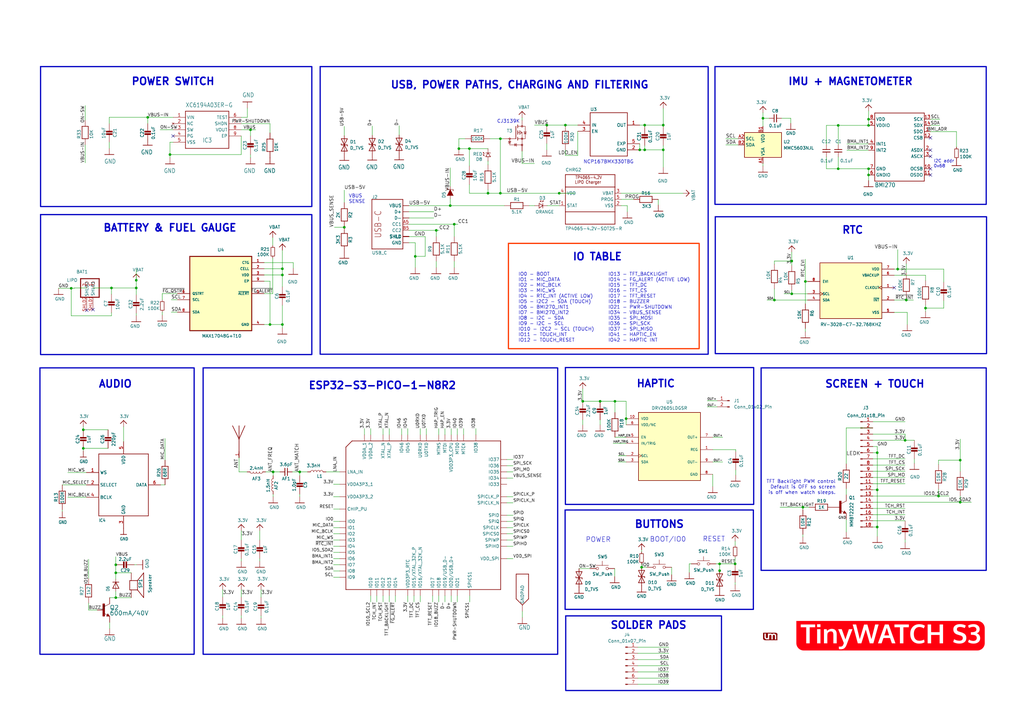
<source format=kicad_sch>
(kicad_sch (version 20231120) (generator "eeschema") (generator_version "8.0")
  (paper "A3")
  (title_block (title "TinyWATCH S3") (date "2025-03-12") (rev "P10") (company "Unexpected Maker"))
  (junction (at 359.791 200.914))
  (junction (at 192.532 60.96))
  (junction (at 371.729 123.063))
  (junction (at 371.221 180.594))
  (junction (at 47.498 231.648))
  (junction (at 343.789 69.215))
  (junction (at 317.627 123.063))
  (junction (at 379.603 126.365))
  (junction (at 184.6624 84.328))
  (junction (at 122.936 193.548))
  (junction (at 264.414 61.468))
  (junction (at 224.282 51.308))
  (junction (at 205.232 56.896))
  (junction (at 301.498 231.267))
  (junction (at 34.163 176.276))
  (junction (at 29.21 118.237))
  (junction (at 324.739 120.523))
  (junction (at 115.824 110.236))
  (junction (at 295.148 234.061))
  (junction (at 263.144 232.664))
  (junction (at 356.235 51.435))
  (junction (at 246.126 164.592))
  (junction (at 384.937 203.454))
  (junction (at 186.309 91.948))
  (junction (at 264.414 51.308))
  (junction (at 359.791 216.154))
  (junction (at 112.014 193.548))
  (junction (at 231.902 51.308))
  (junction (at 45.72 118.11))
  (junction (at 141.224 93.218))
  (junction (at 252.222 164.592))
  (junction (at 356.235 71.755))
  (junction (at 272.034 61.468))
  (junction (at 239.014 164.592))
  (junction (at 170.307 105.156))
  (junction (at 312.928 48.514))
  (junction (at 55.88 114.935))
  (junction (at 393.827 205.994))
  (junction (at 188.214 60.96))
  (junction (at 256.794 171.704))
  (junction (at 55.88 118.11))
  (junction (at 359.791 185.674))
  (junction (at 110.744 133.096))
  (junction (at 324.739 107.061))
  (junction (at 205.232 79.248))
  (junction (at 47.498 234.95))
  (junction (at 262.382 61.468))
  (junction (at 115.824 133.096))
  (junction (at 330.327 115.443))
  (junction (at 34.163 183.896))
  (junction (at 356.235 69.215))
  (junction (at 329.311 208.026))
  (junction (at 368.173 110.363))
  (junction (at 356.235 48.895))
  (junction (at 47.498 245.11))
  (junction (at 229.362 79.248))
  (junction (at 295.148 231.267))
  (junction (at 115.824 112.776))
  (junction (at 200.152 79.248))
  (junction (at 178.943 94.488))
  (junction (at 272.034 51.308))
  (junction (at 102.739 53.233))
  (junction (at 69.719 63.393))
  (junction (at 343.789 51.435))
  (junction (at 393.827 188.722))
  (junction (at 60.579 48.133))
  (no_connect (at 366.776 117.983))
  (no_connect (at 381.635 69.215))
  (no_connect (at 38.1421 126.9993))
  (no_connect (at 381.635 61.595))
  (no_connect (at 381.635 71.755))
  (no_connect (at 35.6021 127.2533))
  (no_connect (at 381.635 64.135))
  (no_connect (at 70.989 55.773))
  (no_connect (at 381.635 56.515))
  (wire (pts (xy 55.118 231.648) (xy 56.007 231.648)))
  (wire (pts (xy 60.579 50.673) (xy 60.579 48.133)))
  (wire (pts (xy 172.339 178.308) (xy 172.339 175.768)))
  (wire (pts (xy 270.002 81.788) (xy 270.002 84.074)))
  (wire (pts (xy 200.914 56.896) (xy 205.232 56.896)))
  (wire (pts (xy 139.319 213.868) (xy 136.779 213.868)))
  (wire (pts (xy 44.831 50.673) (xy 44.831 48.133)))
  (wire (pts (xy 254.762 81.788) (xy 259.842 81.788)))
  (wire (pts (xy 356.235 59.055) (xy 347.345 59.055)))
  (wire (pts (xy 184.658 68.834) (xy 184.658 76.454)))
  (wire (pts (xy 152.654 55.499) (xy 152.654 51.689)))
  (wire (pts (xy 188.214 56.896) (xy 188.214 60.96)))
  (wire (pts (xy 190.119 178.308) (xy 190.119 175.768)))
  (wire (pts (xy 115.824 117.602) (xy 115.824 112.776)))
  (wire (pts (xy 98.933 241.808) (xy 98.933 244.856)))
  (wire (pts (xy 98.929 63.393) (xy 69.719 63.393)))
  (wire (pts (xy 231.902 51.308) (xy 236.982 51.308)))
  (wire (pts (xy 139.319 216.408) (xy 136.779 216.408)))
  (wire (pts (xy 384.937 188.722) (xy 393.827 188.722)))
  (wire (pts (xy 371.729 123.063) (xy 374.65 123.063)))
  (wire (pts (xy 167.259 178.308) (xy 167.259 175.768)))
  (wire (pts (xy 368.173 102.362) (xy 368.173 110.363)))
  (wire (pts (xy 207.899 213.868) (xy 210.439 213.868)))
  (wire (pts (xy 192.532 60.96) (xy 200.152 60.96)))
  (wire (pts (xy 47.498 228.346) (xy 47.498 231.648)))
  (wire (pts (xy 53.848 234.95) (xy 47.498 234.95)))
  (wire (pts (xy 30.5221 118.237) (xy 29.21 118.237)))
  (wire (pts (xy 98.933 252.476) (xy 98.933 253.492)))
  (wire (pts (xy 219.202 51.308) (xy 224.282 51.308)))
  (wire (pts (xy 254.762 79.248) (xy 280.162 79.248)))
  (wire (pts (xy 60.579 58.293) (xy 60.579 57.023)))
  (wire (pts (xy 36.322 229.362) (xy 36.322 237.236)))
  (wire (pts (xy 295.148 231.267) (xy 295.148 234.061)))
  (wire (pts (xy 139.319 231.648) (xy 136.779 231.648)))
  (wire (pts (xy 192.532 68.072) (xy 192.532 60.96)))
  (wire (pts (xy 317.627 107.061) (xy 324.739 107.061)))
  (wire (pts (xy 157.099 178.308) (xy 157.099 175.768)))
  (wire (pts (xy 44.831 58.293) (xy 44.831 60.833)))
  (wire (pts (xy 358.013 205.994) (xy 393.827 205.994)))
  (wire (pts (xy 214.122 67.056) (xy 214.122 61.976)))
  (wire (pts (xy 224.282 58.928) (xy 224.282 61.468)))
  (wire (pts (xy 366.776 110.363) (xy 368.173 110.363)))
  (wire (pts (xy 185.039 178.308) (xy 185.039 175.768)))
  (wire (pts (xy 384.937 200.66) (xy 384.937 203.454)))
  (wire (pts (xy 174.371 105.156) (xy 170.307 105.156)))
  (wire (pts (xy 207.899 196.088) (xy 210.439 196.088)))
  (wire (pts (xy 239.014 172.212) (xy 239.014 174.244)))
  (wire (pts (xy 366.776 123.063) (xy 371.729 123.063)))
  (wire (pts (xy 393.827 203.454) (xy 393.827 205.994)))
  (wire (pts (xy 356.235 71.755) (xy 356.235 74.041)))
  (wire (pts (xy 115.824 125.222) (xy 115.824 133.096)))
  (wire (pts (xy 372.11 128.143) (xy 372.11 133.096)))
  (wire (pts (xy 34.925 43.307) (xy 34.925 49.276)))
  (wire (pts (xy 107.061 252.603) (xy 107.061 253.492)))
  (wire (pts (xy 263.144 232.664) (xy 265.303 232.664)))
  (wire (pts (xy 44.323 176.276) (xy 34.163 176.276)))
  (wire (pts (xy 262.382 58.928) (xy 262.382 61.468)))
  (wire (pts (xy 139.319 234.188) (xy 136.779 234.188)))
  (wire (pts (xy 66.548 120.396) (xy 66.548 122.936)))
  (wire (pts (xy 294.132 164.338) (xy 290.068 164.338)))
  (wire (pts (xy 72.771 120.396) (xy 66.548 120.396)))
  (wire (pts (xy 172.339 244.348) (xy 172.339 246.888)))
  (wire (pts (xy 261.62 267.97) (xy 274.32 267.97)))
  (wire (pts (xy 347.091 200.406) (xy 347.091 202.946)))
  (wire (pts (xy 253.619 186.944) (xy 256.794 186.944)))
  (wire (pts (xy 292.354 184.404) (xy 301.752 184.404)))
  (wire (pts (xy 167.259 244.348) (xy 167.259 246.888)))
  (wire (pts (xy 170.307 99.568) (xy 170.307 105.156)))
  (wire (pts (xy 187.579 244.348) (xy 187.579 246.888)))
  (wire (pts (xy 164.719 178.308) (xy 164.719 175.768)))
  (wire (pts (xy 264.414 51.308) (xy 264.414 52.07)))
  (wire (pts (xy 347.091 213.106) (xy 347.091 218.186)))
  (wire (pts (xy 139.319 208.788) (xy 136.779 208.788)))
  (wire (pts (xy 112.014 202.692) (xy 112.014 203.708)))
  (wire (pts (xy 207.899 188.468) (xy 210.439 188.468)))
  (wire (pts (xy 368.173 110.363) (xy 387.096 110.363)))
  (wire (pts (xy 108.966 193.548) (xy 112.014 193.548)))
  (wire (pts (xy 122.936 202.692) (xy 122.936 203.708)))
  (wire (pts (xy 60.579 48.133) (xy 70.989 48.153)))
  (wire (pts (xy 35.433 198.882) (xy 25.527 198.882)))
  (wire (pts (xy 257.302 84.328) (xy 257.302 86.868)))
  (wire (pts (xy 324.358 50.546) (xy 324.358 48.514)))
  (wire (pts (xy 293.624 231.267) (xy 295.148 231.267)))
  (wire (pts (xy 102.739 63.393) (xy 102.739 64.663)))
  (wire (pts (xy 30.5221 118.1093) (xy 35.6021 118.1093)))
  (wire (pts (xy 111.887 105.791) (xy 111.887 120.396)))
  (wire (pts (xy 72.771 128.016) (xy 70.231 128.016)))
  (wire (pts (xy 139.319 236.728) (xy 136.779 236.728)))
  (wire (pts (xy 356.235 69.215) (xy 356.235 71.755)))
  (wire (pts (xy 217.043 84.328) (xy 219.329 84.328)))
  (wire (pts (xy 186.309 97.028) (xy 186.309 91.948)))
  (wire (pts (xy 184.6624 82.55) (xy 184.658 82.55)))
  (wire (pts (xy 108.331 115.316) (xy 110.744 115.316)))
  (wire (pts (xy 379.603 125.222) (xy 379.603 126.365)))
  (wire (pts (xy 47.498 242.57) (xy 47.498 245.11)))
  (wire (pts (xy 205.232 56.896) (xy 205.232 79.248)))
  (wire (pts (xy 358.013 195.834) (xy 371.221 195.834)))
  (wire (pts (xy 375.031 180.594) (xy 371.221 180.594)))
  (wire (pts (xy 324.739 120.523) (xy 331.216 120.523)))
  (wire (pts (xy 262.382 61.468) (xy 264.414 61.468)))
  (wire (pts (xy 106.553 217.678) (xy 106.553 221.488)))
  (wire (pts (xy 207.899 206.248) (xy 210.439 206.248)))
  (wire (pts (xy 207.899 211.328) (xy 210.439 211.328)))
  (wire (pts (xy 91.313 244.856) (xy 91.313 241.808)))
  (wire (pts (xy 393.827 188.722) (xy 393.827 180.086)))
  (wire (pts (xy 246.126 172.212) (xy 246.126 174.244)))
  (wire (pts (xy 108.331 112.776) (xy 115.824 112.776)))
  (wire (pts (xy 329.311 209.042) (xy 329.311 208.026)))
  (wire (pts (xy 45.72 128.27) (xy 45.72 129.54)))
  (wire (pts (xy 358.013 180.594) (xy 371.221 180.594)))
  (wire (pts (xy 272.034 61.468) (xy 272.034 68.58)))
  (wire (pts (xy 356.235 48.895) (xy 356.235 51.435)))
  (wire (pts (xy 69.719 58.313) (xy 69.719 63.393)))
  (wire (pts (xy 34.925 66.802) (xy 34.925 59.436)))
  (wire (pts (xy 235.712 79.248) (xy 229.362 79.248)))
  (wire (pts (xy 261.62 280.67) (xy 274.32 280.67)))
  (wire (pts (xy 393.827 205.994) (xy 398.399 205.994)))
  (wire (pts (xy 263.144 225.552) (xy 263.144 226.314)))
  (wire (pts (xy 102.739 53.233) (xy 104.898 53.233)))
  (wire (pts (xy 34.163 183.896) (xy 34.163 184.912)))
  (wire (pts (xy 358.013 190.754) (xy 371.221 190.754)))
  (wire (pts (xy 98.929 53.233) (xy 102.739 53.233)))
  (wire (pts (xy 200.152 79.248) (xy 205.232 79.248)))
  (wire (pts (xy 115.824 110.236) (xy 108.331 110.236)))
  (wire (pts (xy 356.235 51.435) (xy 343.789 51.435)))
  (wire (pts (xy 324.739 103.378) (xy 324.739 107.061)))
  (wire (pts (xy 174.879 178.308) (xy 174.879 175.768)))
  (wire (pts (xy 187.579 178.308) (xy 187.579 175.768)))
  (wire (pts (xy 236.982 53.848) (xy 236.982 63.754)))
  (wire (pts (xy 40.6821 118.1093) (xy 40.6821 118.11)))
  (wire (pts (xy 66.548 129.159) (xy 66.548 128.016)))
  (wire (pts (xy 256.794 171.704) (xy 256.794 174.244)))
  (wire (pts (xy 205.232 56.896) (xy 206.502 56.896)))
  (wire (pts (xy 163.703 55.372) (xy 163.703 51.562)))
  (wire (pts (xy 178.943 94.488) (xy 180.086 94.488)))
  (wire (pts (xy 329.311 220.218) (xy 329.311 219.202)))
  (wire (pts (xy 40.6821 118.11) (xy 45.72 118.11)))
  (wire (pts (xy 154.559 244.348) (xy 154.559 246.888)))
  (wire (pts (xy 264.414 61.468) (xy 272.034 61.468)))
  (wire (pts (xy 272.034 59.69) (xy 272.034 61.468)))
  (wire (pts (xy 331.851 208.026) (xy 329.311 208.026)))
  (wire (pts (xy 162.179 244.348) (xy 162.179 246.888)))
  (wire (pts (xy 251.46 181.864) (xy 256.794 181.864)))
  (wire (pts (xy 30.5221 118.237) (xy 30.5221 118.1093)))
  (wire (pts (xy 141.224 83.058) (xy 141.224 77.978)))
  (wire (pts (xy 295.148 235.458) (xy 295.148 234.061)))
  (wire (pts (xy 256.794 164.592) (xy 256.794 171.704)))
  (wire (pts (xy 112.014 195.072) (xy 112.014 193.548)))
  (wire (pts (xy 261.62 270.51) (xy 274.32 270.51)))
  (wire (pts (xy 55.88 114.935) (xy 55.88 118.11)))
  (wire (pts (xy 184.6624 82.55) (xy 184.6624 84.328)))
  (wire (pts (xy 185.039 244.348) (xy 185.039 246.888)))
  (wire (pts (xy 182.499 178.308) (xy 182.499 175.768)))
  (wire (pts (xy 108.331 133.096) (xy 110.744 133.096)))
  (wire (pts (xy 214.249 250.698) (xy 214.249 253.238)))
  (wire (pts (xy 98.044 193.548) (xy 101.346 193.548)))
  (wire (pts (xy 330.327 115.443) (xy 330.327 124.587)))
  (wire (pts (xy 302.768 56.896) (xy 297.688 56.896)))
  (wire (pts (xy 186.309 109.728) (xy 186.309 107.188)))
  (wire (pts (xy 358.013 216.154) (xy 359.791 216.154)))
  (wire (pts (xy 214.122 49.276) (xy 214.122 48.26)))
  (wire (pts (xy 47.498 234.95) (xy 47.498 237.49)))
  (wire (pts (xy 141.224 93.218) (xy 137.16 93.218)))
  (wire (pts (xy 139.319 198.628) (xy 136.779 198.628)))
  (wire (pts (xy 35.433 193.802) (xy 27.813 193.802)))
  (wire (pts (xy 359.791 185.674) (xy 359.791 200.914)))
  (wire (pts (xy 312.928 48.514) (xy 312.928 51.816)))
  (wire (pts (xy 184.6624 84.328) (xy 206.883 84.328)))
  (wire (pts (xy 200.152 77.724) (xy 200.152 79.248)))
  (wire (pts (xy 177.419 244.348) (xy 177.419 246.888)))
  (wire (pts (xy 371.729 122.047) (xy 371.729 123.063)))
  (wire (pts (xy 384.937 190.5) (xy 384.937 188.722)))
  (wire (pts (xy 174.371 97.028) (xy 174.371 105.156)))
  (wire (pts (xy 324.739 107.061) (xy 324.739 108.839)))
  (wire (pts (xy 301.752 184.404) (xy 301.752 185.166)))
  (wire (pts (xy 47.498 245.11) (xy 53.848 245.11)))
  (wire (pts (xy 29.21 129.54) (xy 45.72 129.54)))
  (wire (pts (xy 358.013 178.054) (xy 371.221 178.054)))
  (wire (pts (xy 170.307 105.156) (xy 170.307 109.728)))
  (wire (pts (xy 139.319 224.028) (xy 136.779 224.028)))
  (wire (pts (xy 139.319 229.108) (xy 136.779 229.108)))
  (wire (pts (xy 102.739 55.773) (xy 102.739 53.233)))
  (wire (pts (xy 381.635 53.975) (xy 392.303 53.975)))
  (wire (pts (xy 330.327 106.299) (xy 330.327 115.443)))
  (wire (pts (xy 312.928 46.228) (xy 312.928 48.514)))
  (wire (pts (xy 72.771 122.936) (xy 70.231 122.936)))
  (wire (pts (xy 122.936 195.072) (xy 122.936 193.548)))
  (wire (pts (xy 115.824 133.096) (xy 115.824 134.493)))
  (wire (pts (xy 167.767 94.488) (xy 178.943 94.488)))
  (wire (pts (xy 343.789 69.215) (xy 343.789 64.389)))
  (wire (pts (xy 282.702 234.823) (xy 282.702 231.267)))
  (wire (pts (xy 178.943 109.728) (xy 178.943 107.188)))
  (wire (pts (xy 38.1421 118.1093) (xy 40.6821 118.1093)))
  (wire (pts (xy 314.579 123.063) (xy 317.627 123.063)))
  (wire (pts (xy 331.216 123.063) (xy 317.627 123.063)))
  (wire (pts (xy 252.095 236.474) (xy 252.095 233.172)))
  (wire (pts (xy 330.327 115.443) (xy 331.216 115.443)))
  (wire (pts (xy 182.499 244.348) (xy 182.499 246.888)))
  (wire (pts (xy 192.659 244.348) (xy 192.659 246.888)))
  (wire (pts (xy 141.224 55.626) (xy 141.224 51.816)))
  (wire (pts (xy 261.62 278.13) (xy 274.32 278.13)))
  (wire (pts (xy 110.744 133.096) (xy 115.824 133.096)))
  (wire (pts (xy 347.091 175.514) (xy 358.013 175.514)))
  (wire (pts (xy 44.958 255.27) (xy 44.958 257.81)))
  (wire (pts (xy 301.498 221.996) (xy 301.498 223.647)))
  (wire (pts (xy 338.963 64.389) (xy 338.963 69.215)))
  (wire (pts (xy 119.888 193.548) (xy 122.936 193.548)))
  (wire (pts (xy 159.639 178.308) (xy 159.639 175.768)))
  (wire (pts (xy 312.928 68.072) (xy 312.928 67.056)))
  (wire (pts (xy 167.767 99.568) (xy 170.307 99.568)))
  (wire (pts (xy 264.414 51.308) (xy 272.034 51.308)))
  (wire (pts (xy 231.902 63.754) (xy 236.982 63.754)))
  (wire (pts (xy 169.799 244.348) (xy 169.799 246.888)))
  (wire (pts (xy 98.929 55.773) (xy 98.929 63.393)))
  (wire (pts (xy 36.322 247.396) (xy 36.322 250.19)))
  (wire (pts (xy 36.322 250.19) (xy 39.878 250.19)))
  (wire (pts (xy 252.222 164.592) (xy 252.222 169.164)))
  (wire (pts (xy 292.354 189.484) (xy 296.418 189.484)))
  (wire (pts (xy 139.319 226.568) (xy 136.779 226.568)))
  (wire (pts (xy 366.776 112.903) (xy 379.603 112.903)))
  (wire (pts (xy 45.72 118.11) (xy 55.88 118.11)))
  (wire (pts (xy 110.744 115.316) (xy 110.744 133.096)))
  (wire (pts (xy 108.331 107.696) (xy 120.269 107.696)))
  (wire (pts (xy 133.731 193.548) (xy 139.319 193.548)))
  (wire (pts (xy 67.691 198.882) (xy 65.913 198.882)))
  (wire (pts (xy 387.096 115.697) (xy 387.096 110.363)))
  (wire (pts (xy 152.019 244.348) (xy 152.019 246.888)))
  (wire (pts (xy 371.221 180.594) (xy 371.221 178.054)))
  (wire (pts (xy 294.132 166.878) (xy 290.068 166.878)))
  (wire (pts (xy 338.963 51.435) (xy 343.789 51.435)))
  (wire (pts (xy 252.222 179.324) (xy 256.794 179.324)))
  (wire (pts (xy 25.527 209.042) (xy 25.527 209.804)))
  (wire (pts (xy 282.702 231.267) (xy 283.464 231.267)))
  (wire (pts (xy 375.031 189.992) (xy 375.031 188.214)))
  (wire (pts (xy 359.791 183.134) (xy 359.791 185.674)))
  (wire (pts (xy 317.627 118.491) (xy 317.627 123.063)))
  (wire (pts (xy 149.479 178.308) (xy 149.479 175.768)))
  (wire (pts (xy 301.498 228.727) (xy 301.498 231.267)))
  (wire (pts (xy 319.913 208.026) (xy 329.311 208.026)))
  (wire (pts (xy 321.564 120.523) (xy 324.739 120.523)))
  (wire (pts (xy 91.313 252.476) (xy 91.313 253.492)))
  (wire (pts (xy 110.74 54.503) (xy 110.74 50.693)))
  (wire (pts (xy 359.791 200.914) (xy 359.791 216.154)))
  (wire (pts (xy 356.235 69.215) (xy 343.789 69.215)))
  (wire (pts (xy 366.776 128.143) (xy 372.11 128.143)))
  (wire (pts (xy 324.739 118.999) (xy 324.739 120.523)))
  (wire (pts (xy 239.014 164.592) (xy 246.126 164.592)))
  (wire (pts (xy 69.719 58.313) (xy 70.989 58.313)))
  (wire (pts (xy 45.72 120.65) (xy 45.72 118.11)))
  (wire (pts (xy 253.492 189.484) (xy 256.794 189.484)))
  (wire (pts (xy 358.013 183.134) (xy 359.791 183.134)))
  (wire (pts (xy 358.013 213.614) (xy 371.221 213.614)))
  (wire (pts (xy 264.414 59.69) (xy 264.414 61.468)))
  (wire (pts (xy 207.899 224.028) (xy 210.439 224.028)))
  (wire (pts (xy 207.899 203.708) (xy 210.439 203.708)))
  (wire (pts (xy 184.658 82.55) (xy 184.658 81.534)))
  (wire (pts (xy 205.232 79.248) (xy 229.362 79.248)))
  (wire (pts (xy 139.319 203.708) (xy 136.779 203.708)))
  (wire (pts (xy 261.62 273.05) (xy 274.32 273.05)))
  (wire (pts (xy 358.013 188.214) (xy 371.221 188.214)))
  (wire (pts (xy 167.767 86.868) (xy 177.927 86.868)))
  (wire (pts (xy 224.282 51.308) (xy 231.902 51.308)))
  (wire (pts (xy 139.319 221.488) (xy 136.779 221.488)))
  (wire (pts (xy 98.929 48.153) (xy 101.469 48.153)))
  (wire (pts (xy 122.936 193.548) (xy 126.111 193.548)))
  (wire (pts (xy 101.469 48.153) (xy 101.469 44.343)))
  (wire (pts (xy 115.824 112.776) (xy 115.824 110.236)))
  (wire (pts (xy 356.235 45.466) (xy 356.235 48.895)))
  (wire (pts (xy 44.831 48.133) (xy 60.579 48.133)))
  (wire (pts (xy 98.044 187.706) (xy 98.044 193.548)))
  (wire (pts (xy 207.899 218.948) (xy 210.439 218.948)))
  (wire (pts (xy 315.468 48.514) (xy 312.928 48.514)))
  (wire (pts (xy 65.659 53.213) (xy 70.989 53.233)))
  (wire (pts (xy 359.791 216.154) (xy 359.791 219.964)))
  (wire (pts (xy 98.933 229.108) (xy 98.933 230.124)))
  (wire (pts (xy 272.034 44.45) (xy 272.034 51.308)))
  (wire (pts (xy 392.303 53.975) (xy 392.303 60.325)))
  (wire (pts (xy 254.762 84.328) (xy 257.302 84.328)))
  (wire (pts (xy 302.768 59.436) (xy 297.688 59.436)))
  (wire (pts (xy 29.21 129.54) (xy 29.21 118.237)))
  (wire (pts (xy 167.767 97.028) (xy 174.371 97.028)))
  (wire (pts (xy 47.498 231.648) (xy 47.498 234.95)))
  (wire (pts (xy 379.603 115.062) (xy 379.603 112.903)))
  (wire (pts (xy 98.929 50.693) (xy 110.74 50.693)))
  (wire (pts (xy 207.899 193.548) (xy 210.439 193.548)))
  (wire (pts (xy 159.639 244.348) (xy 159.639 246.888)))
  (wire (pts (xy 387.096 126.365) (xy 379.603 126.365)))
  (wire (pts (xy 292.354 194.564) (xy 292.354 199.517)))
  (wire (pts (xy 356.235 61.595) (xy 347.345 61.595)))
  (wire (pts (xy 384.937 203.454) (xy 389.255 203.454)))
  (wire (pts (xy 237.49 233.172) (xy 241.935 233.172)))
  (wire (pts (xy 152.019 178.308) (xy 152.019 175.768)))
  (wire (pts (xy 139.319 218.948) (xy 136.779 218.948)))
  (wire (pts (xy 186.309 91.948) (xy 187.833 91.948)))
  (wire (pts (xy 55.88 128.524) (xy 55.88 129.413)))
  (wire (pts (xy 55.88 110.49) (xy 55.88 114.935)))
  (wire (pts (xy 379.603 126.365) (xy 379.603 127.762)))
  (wire (pts (xy 338.963 69.215) (xy 343.789 69.215)))
  (wire (pts (xy 385.445 51.435) (xy 381.635 51.435)))
  (wire (pts (xy 200.152 67.564) (xy 200.152 66.04)))
  (wire (pts (xy 239.014 159.512) (xy 239.014 164.592)))
  (wire (pts (xy 24.003 118.237) (xy 29.21 118.237)))
  (wire (pts (xy 371.221 221.234) (xy 371.221 222.504)))
  (wire (pts (xy 188.214 60.96) (xy 192.532 60.96)))
  (wire (pts (xy 192.532 75.692) (xy 192.532 79.248)))
  (wire (pts (xy 207.899 216.408) (xy 210.439 216.408)))
  (wire (pts (xy 338.963 59.309) (xy 338.963 51.435)))
  (wire (pts (xy 115.824 102.616) (xy 115.824 110.236)))
  (wire (pts (xy 263.144 231.394) (xy 263.144 232.664)))
  (wire (pts (xy 192.532 79.248) (xy 200.152 79.248)))
  (wire (pts (xy 106.553 229.108) (xy 106.553 230.124)))
  (wire (pts (xy 47.498 245.11) (xy 44.958 245.11)))
  (wire (pts (xy 358.013 198.374) (xy 371.221 198.374)))
  (wire (pts (xy 358.013 172.974) (xy 371.221 172.974)))
  (wire (pts (xy 385.445 48.895) (xy 381.635 48.895)))
  (wire (pts (xy 120.269 107.696) (xy 120.269 109.982)))
  (wire (pts (xy 261.62 275.59) (xy 274.32 275.59)))
  (wire (pts (xy 179.959 178.308) (xy 179.959 175.768)))
  (wire (pts (xy 207.899 191.008) (xy 210.439 191.008)))
  (wire (pts (xy 330.327 134.747) (xy 330.327 136.017)))
  (wire (pts (xy 347.091 175.514) (xy 347.091 190.246)))
  (wire (pts (xy 295.148 231.267) (xy 301.498 231.267)))
  (wire (pts (xy 301.498 238.887) (xy 301.498 239.776)))
  (wire (pts (xy 67.691 188.722) (xy 67.691 179.832)))
  (wire (pts (xy 301.752 192.786) (xy 301.752 194.818)))
  (wire (pts (xy 358.013 211.074) (xy 371.221 211.074)))
  (wire (pts (xy 224.409 84.328) (xy 229.362 84.328)))
  (wire (pts (xy 98.933 217.678) (xy 98.933 221.488)))
  (wire (pts (xy 358.013 200.914) (xy 359.791 200.914)))
  (wire (pts (xy 167.767 89.408) (xy 177.927 89.408)))
  (wire (pts (xy 107.061 241.808) (xy 107.061 244.983)))
  (wire (pts (xy 112.014 193.548) (xy 114.808 193.548)))
  (wire (pts (xy 188.214 56.896) (xy 190.754 56.896)))
  (wire (pts (xy 111.887 120.396) (xy 108.331 120.396)))
  (wire (pts (xy 179.959 244.348) (xy 179.959 246.888)))
  (wire (pts (xy 358.013 203.454) (xy 384.937 203.454)))
  (wire (pts (xy 34.163 175.006) (xy 34.163 176.276)))
  (wire (pts (xy 272.034 52.07) (xy 272.034 51.308)))
  (wire (pts (xy 393.827 193.294) (xy 393.827 188.722)))
  (wire (pts (xy 207.899 229.108) (xy 210.439 229.108)))
  (wire (pts (xy 27.813 203.962) (xy 35.433 203.962)))
  (wire (pts (xy 358.013 208.534) (xy 371.221 208.534)))
  (wire (pts (xy 157.099 244.348) (xy 157.099 246.888)))
  (wire (pts (xy 275.463 235.712) (xy 275.463 232.664)))
  (wire (pts (xy 214.122 67.056) (xy 219.202 67.056)))
  (wire (pts (xy 34.163 183.896) (xy 44.323 183.896)))
  (wire (pts (xy 50.673 175.006) (xy 50.673 181.102)))
  (wire (pts (xy 252.222 164.592) (xy 256.794 164.592)))
  (wire (pts (xy 387.096 123.317) (xy 387.096 126.365)))
  (wire (pts (xy 246.126 164.592) (xy 252.222 164.592)))
  (wire (pts (xy 292.354 179.324) (xy 296.418 179.324)))
  (wire (pts (xy 207.899 221.488) (xy 210.439 221.488)))
  (wire (pts (xy 371.729 108.204) (xy 371.729 111.887)))
  (wire (pts (xy 262.382 51.308) (xy 264.414 51.308)))
  (wire (pts (xy 317.627 108.331) (xy 317.627 107.061)))
  (wire (pts (xy 111.887 97.409) (xy 111.887 100.711)))
  (wire (pts (xy 261.62 265.43) (xy 274.32 265.43)))
  (wire (pts (xy 167.767 84.328) (xy 184.6624 84.328)))
  (wire (pts (xy 69.719 63.393) (xy 69.719 64.663)))
  (wire (pts (xy 167.767 91.948) (xy 186.309 91.948)))
  (wire (pts (xy 195.199 178.308) (xy 195.199 175.768)))
  (wire (pts (xy 178.943 94.488) (xy 178.943 97.028)))
  (wire (pts (xy 324.358 48.514) (xy 320.548 48.514)))
  (wire (pts (xy 55.88 118.11) (xy 55.88 120.904)))
  (wire (pts (xy 231.902 63.754) (xy 231.902 61.468)))
  (wire (pts (xy 358.013 185.674) (xy 359.791 185.674)))
  (wire (pts (xy 358.013 193.294) (xy 371.221 193.294)))
  (wire (pts (xy 343.789 51.435) (xy 343.789 59.309)))
  (rectangle (start 232.029 252.603) (end 295.91 283.21) (stroke (width 0.5)))
  (rectangle (start 293.37 88.9) (end 404.622 145.034) (stroke (width 0.5)))
  (rectangle (start 83.312 150.876) (end 228.727 268.351) (stroke (width 0.5)))
  (rectangle (start 16.637 27.305) (end 127.889 84.709) (stroke (width 0.5)))
  (rectangle (start 231.902 150.749) (end 309.118 206.883) (stroke (width 0.5)))
  (rectangle (start 231.775 209.169) (end 308.991 249.936) (stroke (width 0.5)))
  (rectangle (start 131.318 27.305) (end 290.449 145.288) (stroke (width 0.5)))
  (rectangle (start 293.243 27.305) (end 404.495 83.82) (stroke (width 0.5)))
  (rectangle (start 312.166 150.876) (end 404.495 233.934) (stroke (width 0.5)))
  (rectangle (start 16.383 150.876) (end 79.629 268.351) (stroke (width 0.5)))
  (rectangle (start 16.637 88.011) (end 127.889 145.415) (stroke (width 0.5)))
  (rectangle (start 208.534 99.822) (end 286.766 143.002) (stroke (width 0.5) (color 255 58 0 1)))
  (image (at 365.252 260.731) (scale 0.179295))
  (text "IO0 - BOOT\nIO1 - MIC_DATA\nIO2 - MIC_BCLK\nIO3 - MIC_WS\nIO4 - RTC_INT (ACTIVE LOW)\nIO5 - I2C2 - SDA (TOUCH)\nIO6 - BMI270_INT1\nIO7 - BMI270_INT2\nIO8 - I2C - SDA\nIO9 - I2C - SCL\nIO10 - I2C2 - SCL (TOUCH)\nIO11 - TOUCH_INT\nIO12 - TOUCH_RESET" (at 212.598 140.462 0) (effects (font (size 1.4 1.4)) (justify left bottom)))
  (text "BATTERY & FUEL GAUGE" (at 42.164 95.377 0) (effects (font (size 3 3) (thickness 0.6) (bold yes)) (justify left bottom)))
  (text "NCP167BMX330TBG" (at 239.268 67.31 0) (effects (font (size 1.4 1.4)) (justify left bottom)))
  (text "USB, POWER PATHS, CHARGING AND FILTERING" (at 160.02 36.703 0) (effects (font (size 3 3) (thickness 0.6) (bold yes)) (justify left bottom)))
  (text "CJ3139K" (at 203.835 50.673 0) (effects (font (size 1.4 1.4)) (justify left bottom)))
  (text "IO TABLE" (at 234.696 107.188 0) (effects (font (size 3 3) (thickness 0.6) (bold yes)) (justify left bottom)))
  (text "AUDIO" (at 40.259 159.385 0) (effects (font (size 3 3) (thickness 0.6) (bold yes)) (justify left bottom)))
  (text "IO13 - TFT_BACKLIGHT\nIO14 - FG_ALERT (ACTIVE LOW)\nIO15 - TFT_DC\nIO16 - TFT_CS\nIO17 - TFT_RESET\nIO18 - BUZZER\nIO21 - PWR-SHUTDOWN\nIO34 - VBUS_SENSE\nIO35 - SPI_MOSI\nIO36 - SPI_SCK\nIO37 - SPI_MISO\nIO41 - HAPTIC_EN\nIO42 - HAPTIC INT " (at 249.428 140.462 0) (effects (font (size 1.4 1.4)) (justify left bottom)))
  (text "SOLDER PADS" (at 250.19 258.318 0) (effects (font (size 3 3) (thickness 0.6) (bold yes)) (justify left bottom)))
  (text "IMU + MAGNETOMETER" (at 323.088 35.306 0) (effects (font (size 3 3) (thickness 0.6) (bold yes)) (justify left bottom)))
  (text "HAPTIC" (at 260.858 159.258 0) (effects (font (size 3 3) (thickness 0.6) (bold yes)) (justify left bottom)))
  (text "VBUS\nSENSE" (at 143.002 83.566 0) (effects (font (size 1.4 1.4)) (justify left bottom)))
  (text "TFT Backlight PWM control\nDefault is OFF so screen\nis off when watch sleeps." (at 342.773 202.946 0) (effects (font (size 1.4 1.4)) (justify right bottom)))
  (text "POWER SWITCH" (at 53.721 35.306 0) (effects (font (size 3 3) (thickness 0.6) (bold yes)) (justify left bottom)))
  (text "SCREEN + TOUCH" (at 338.201 159.385 0) (effects (font (size 3 3) (thickness 0.6) (bold yes)) (justify left bottom)))
  (text "RESET" (at 297.434 222.377 0) (effects (font (size 2 2)) (justify right bottom)))
  (text "I2C addr\n0x68" (at 382.905 68.961 0) (effects (font (size 1.27 1.27)) (justify left bottom)))
  (text "POWER" (at 250.571 222.631 0) (effects (font (size 2 2)) (justify right bottom)))
  (text "RTC" (at 345.186 96.266 0) (effects (font (size 3 3) (thickness 0.6) (bold yes)) (justify left bottom)))
  (text "BUTTONS" (at 260.096 216.916 0) (effects (font (size 3 3) (thickness 0.6) (bold yes)) (justify left bottom)))
  (text "BOOT/IO0" (at 281.432 222.504 0) (effects (font (size 2 2)) (justify right bottom)))
  (text "ESP32-S3-PICO-1-N8R2" (at 126.365 160.02 0) (effects (font (size 3 3) (thickness 0.6) (bold yes)) (justify left bottom)))
  (label "VBUS-IN" (at 60.579 48.133 0))
  (label "BMA_INT2" (at 136.779 231.648 180) (effects (font (size 1.2446 1.2446))))
  (label "SDA" (at 70.231 128.016 0) (effects (font (size 1.4 1.4))))
  (label "MIC_BCLK" (at 27.813 203.962 0) (effects (font (size 1.2446 1.2446))))
  (label "USB-5V" (at 207.772 79.248 0) (effects (font (size 1.4 1.4))))
  (label "3.3V" (at 185.039 175.768 90) (effects (font (size 1.2446 1.2446))))
  (label "SDA" (at 314.579 123.063 0) (effects (font (size 0.889 0.889))))
  (label "TFT_DC" (at 169.799 246.888 270) (effects (font (size 1.2446 1.2446))))
  (label "LNA_IN" (at 138.43 193.548 90) (effects (font (size 1.2446 1.2446))))
  (label "MIC_WS" (at 136.779 221.488 180) (effects (font (size 1.2446 1.2446))))
  (label "SDA" (at 297.688 59.436 0) (effects (font (size 1.4 1.4))))
  (label "MIC_BCLK" (at 136.779 218.948 180) (effects (font (size 1.2446 1.2446))))
  (label "SPIWP" (at 210.439 221.488 0) (effects (font (size 1.2446 1.2446))))
  (label "VBUS-IN" (at 219.202 67.056 180) (effects (font (size 1.4 1.4))))
  (label "IO5_SDA2" (at 398.399 205.994 180) (effects (font (size 1.3 1.3))))
  (label "~{FG_ALERT}" (at 162.179 246.888 270) (effects (font (size 1.2446 1.2446))))
  (label "SPI_SCK" (at 210.439 191.008 0) (effects (font (size 1.2446 1.2446))))
  (label "ON-SW" (at 237.49 233.172 0) (effects (font (size 1.2446 1.2446))))
  (label "3.3V" (at 371.221 213.614 180) (effects (font (size 1.3 1.3))))
  (label "HAP_TRIG" (at 251.46 181.864 0) (effects (font (size 0.889 0.889))))
  (label "VBUS_SENSE" (at 210.439 196.088 0) (effects (font (size 1.2446 1.2446))))
  (label "TFT_CS" (at 371.221 190.754 180) (effects (font (size 1.3 1.3))))
  (label "SCL" (at 70.231 122.936 0) (effects (font (size 1.4 1.4))))
  (label "TCH_INT" (at 371.221 211.074 180) (effects (font (size 1.3 1.3))))
  (label "IO46" (at 164.719 175.768 90) (effects (font (size 1.2446 1.2446))))
  (label "RTC_EVI" (at 330.327 106.299 270) (effects (font (size 1.2446 1.2446))))
  (label "USB-5V" (at 141.224 51.816 90) (effects (font (size 1.2446 1.2446))))
  (label "CC2" (at 180.086 94.488 0) (effects (font (size 1.4 1.4))))
  (label "ANT" (at 98.044 192.024 90) (effects (font (size 1.4 1.4))))
  (label "TFT_CS" (at 172.339 246.888 270) (effects (font (size 1.2446 1.2446))))
  (label "D-" (at 163.703 51.562 90) (effects (font (size 1.2446 1.2446))))
  (label "3.3V" (at 371.221 180.594 180) (effects (font (size 1.3 1.3))))
  (label "HAP_EN" (at 182.499 175.768 90) (effects (font (size 1.2446 1.2446))))
  (label "GND" (at 371.221 172.974 180) (effects (font (size 1.3 1.3))))
  (label "D+" (at 185.039 246.888 270) (effects (font (size 1.2446 1.2446))))
  (label "GND" (at 24.003 118.237 0))
  (label "3.3V" (at 136.779 203.708 180) (effects (font (size 1.2446 1.2446))))
  (label "SPICLK" (at 210.439 216.408 0) (effects (font (size 1.2446 1.2446))))
  (label "IO18_BUZZ" (at 36.322 229.362 270) (effects (font (size 1.2446 1.2446))))
  (label "SPI_SCK" (at 371.221 193.294 180) (effects (font (size 1.3 1.3))))
  (label "3.3V" (at 98.933 244.094 0) (effects (font (size 1.4 1.4))))
  (label "BMA_INT2" (at 347.345 61.595 0))
  (label "~{RTC_INT}" (at 374.65 123.063 180) (effects (font (size 1.2446 1.2446))))
  (label "3.3V" (at 167.259 246.888 270) (effects (font (size 1.2446 1.2446))))
  (label "USB-5V" (at 176.403 84.328 180) (effects (font (size 1.4 1.4))))
  (label "TCH_RST" (at 157.099 246.888 270) (effects (font (size 1.2446 1.2446))))
  (label "RESET" (at 136.779 208.788 180) (effects (font (size 1.2446 1.2446))))
  (label "SDA" (at 274.32 270.51 180) (effects (font (size 1.2446 1.2446))))
  (label "MIC_SELECT" (at 25.527 198.882 0) (effects (font (size 1.2446 1.2446))))
  (label "3.3V" (at 98.933 219.964 0) (effects (font (size 1.4 1.4))))
  (label "3.3V" (at 107.061 244.094 0) (effects (font (size 1.4 1.4))))
  (label "MIC_DATA" (at 136.779 216.408 180) (effects (font (size 1.2446 1.2446))))
  (label "TFT_DC" (at 371.221 188.214 180) (effects (font (size 1.3 1.3))))
  (label "3.3V" (at 371.729 108.712 270) (effects (font (size 1.3 1.3))))
  (label "SCL" (at 385.445 48.895 180))
  (label "IO38" (at 195.199 175.768 90) (effects (font (size 1.2446 1.2446))))
  (label "SPID" (at 210.439 211.328 0) (effects (font (size 1.2446 1.2446))))
  (label "SCL" (at 136.779 236.728 180) (effects (font (size 1.2446 1.2446))))
  (label "VBUS" (at 219.202 51.308 0) (effects (font (size 1.4 1.4))))
  (label "BMI_ADR" (at 388.493 53.975 180))
  (label "3.3V" (at 324.739 103.886 270) (effects (font (size 1.3 1.3))))
  (label "USB-5V" (at 141.224 77.978 0) (effects (font (size 1.4 1.4))))
  (label "HAP_EN" (at 253.492 179.324 0) (effects (font (size 0.889 0.889))))
  (label "OUT-" (at 296.418 189.484 180) (effects (font (size 0.889 0.889))))
  (label "~{RTC_INT}" (at 136.779 224.028 180) (effects (font (size 1.2446 1.2446))))
  (label "PWR-SHUTDOWN" (at 110.74 50.693 180) (effects (font (size 1.2446 1.2446))))
  (label "PWR-SHUTDOWN" (at 187.579 246.888 270) (effects (font (size 1.2446 1.2446))))
  (label "IO39" (at 190.119 175.768 90) (effects (font (size 1.2446 1.2446))))
  (label "D+" (at 152.654 51.689 90) (effects (font (size 1.2446 1.2446))))
  (label "SPI_MO" (at 210.439 193.548 0) (effects (font (size 1.2446 1.2446))))
  (label "D-" (at 182.499 246.888 270) (effects (font (size 1.2446 1.2446))))
  (label "TFT_BACKLIGHT" (at 159.639 246.888 270) (effects (font (size 1.2446 1.2446))))
  (label "IO39" (at 274.32 280.67 180) (effects (font (size 1.2446 1.2446))))
  (label "ON-SW" (at 65.659 53.213 0))
  (label "OUT-" (at 290.068 166.878 0) (effects (font (size 0.889 0.889))))
  (label "D+" (at 177.927 86.868 0) (effects (font (size 1.4 1.4))))
  (label "VBUS-IN" (at 368.173 102.362 180) (effects (font (size 1.4 1.4))))
  (label "LEDK" (at 347.091 187.198 0) (effects (font (size 1.5113 1.5113))))
  (label "3.3V" (at 149.479 175.768 90) (effects (font (size 1.2446 1.2446))))
  (label "MIC_WS" (at 27.813 193.802 0) (effects (font (size 1.2446 1.2446))))
  (label "3.3V" (at 393.827 180.086 270) (effects (font (size 1.3 1.3))))
  (label "TFT_RESET" (at 371.221 198.374 180) (effects (font (size 1.3 1.3))))
  (label "TFT_BACKLIGHT" (at 319.913 208.026 0) (effects (font (size 1.2446 1.2446))))
  (label "RESET" (at 295.783 231.267 0) (effects (font (size 1.2446 1.2446))))
  (label "SPICS1" (at 192.659 246.888 270) (effects (font (size 1.2446 1.2446))))
  (label "3.3V" (at 239.014 160.02 270) (effects (font (size 1.3 1.3))))
  (label "D-" (at 177.927 89.408 0) (effects (font (size 1.4 1.4))))
  (label "HAP_TRIG" (at 179.959 175.768 90) (effects (font (size 1.2446 1.2446))))
  (label "IO38" (at 274.32 278.13 180) (effects (font (size 1.2446 1.2446))))
  (label "STAT" (at 225.298 84.328 0) (effects (font (size 1.4 1.4))))
  (label "VDD_SPI" (at 210.439 229.108 0) (effects (font (size 1.2446 1.2446))))
  (label "VBUS" (at 47.498 228.346 0) (effects (font (size 1.2446 1.2446))))
  (label "ON-SW" (at 34.925 43.307 270))
  (label "BMA_INT1" (at 347.345 59.055 0))
  (label "OUT+" (at 296.418 179.324 180) (effects (font (size 0.889 0.889))))
  (label "3.3V" (at 371.221 178.054 180) (effects (font (size 1.3 1.3))))
  (label "SPIHD" (at 210.439 224.028 0) (effects (font (size 1.2446 1.2446))))
  (label "~{FG_ALERT}" (at 111.887 120.396 180))
  (label "BUZZ_T" (at 36.322 250.19 0) (effects (font (size 1.2446 1.2446))))
  (label "VBUS_SENSE" (at 137.16 93.218 90) (effects (font (size 1.4 1.4))))
  (label "SPI_MO" (at 371.221 195.834 180) (effects (font (size 1.3 1.3))))
  (label "U0TXD" (at 174.879 175.768 90) (effects (font (size 1.2446 1.2446))))
  (label "IO37" (at 274.32 275.59 180) (effects (font (size 1.2446 1.2446))))
  (label "SDA" (at 253.492 189.484 0) (effects (font (size 0.889 0.889))))
  (label "MIC_DATA" (at 67.691 179.832 270) (effects (font (size 1.2446 1.2446))))
  (label "LDO_EN" (at 236.982 63.754 180) (effects (font (size 1.4 1.4))))
  (label "SCL" (at 253.619 186.944 0) (effects (font (size 0.889 0.889))))
  (label "3.3V" (at 136.779 198.628 180) (effects (font (size 1.2446 1.2446))))
  (label "ANT_MATCH" (at 122.936 193.548 90) (effects (font (size 1.4 1.4))))
  (label "IO45" (at 167.259 175.768 90) (effects (font (size 1.2446 1.2446))))
  (label "PROG" (at 256.286 81.788 0) (effects (font (size 1.4 1.4))))
  (label "U0RXD" (at 172.339 175.768 90) (effects (font (size 1.2446 1.2446))))
  (label "SCL" (at 321.564 120.523 0) (effects (font (size 0.889 0.889))))
  (label "SPICLK_N" (at 210.439 206.248 0) (effects (font (size 1.2446 1.2446))))
  (label "3.3V" (at 91.313 244.094 0) (effects (font (size 1.4 1.4))))
  (label "IO5_SDA2" (at 136.779 226.568 180) (effects (font (size 1.2446 1.2446))))
  (label "TFT_RESET" (at 177.419 246.888 270) (effects (font (size 1.2446 1.2446))))
  (label "IO37" (at 210.439 188.468 0) (effects (font (size 1.2446 1.2446))))
  (label "IO40" (at 187.579 175.768 90) (effects (font (size 1.2446 1.2446))))
  (label "~{FG_QSTRT}" (at 66.548 120.396 0))
  (label "3.3V" (at 274.32 267.97 180) (effects (font (size 1.3 1.3))))
  (label "SPIQ" (at 210.439 213.868 0) (effects (font (size 1.2446 1.2446))))
  (label "3.3V" (at 152.019 175.768 90) (effects (font (size 1.2446 1.2446))))
  (label "SPICLK_P" (at 210.439 203.708 0) (effects (font (size 1.2446 1.2446))))
  (label "XTAL_N" (at 159.639 175.768 90) (effects (font (size 1.2446 1.2446))))
  (label "BMA_INT1" (at 136.779 229.108 180) (effects (font (size 1.2446 1.2446))))
  (label "TCH_INT" (at 154.559 246.888 270) (effects (font (size 1.2446 1.2446))))
  (label "IO18_BUZZ" (at 179.959 246.888 270) (effects (font (size 1.2446 1.2446))))
  (label "SCL" (at 274.32 273.05 180) (effects (font (size 1.2446 1.2446))))
  (label "IO10_SCL2" (at 389.255 203.454 180) (effects (font (size 1.3 1.3))))
  (label "XTAL_P" (at 157.099 175.768 90) (effects (font (size 1.2446 1.2446))))
  (label "GND" (at 359.791 183.134 0) (effects (font (size 1.3 1.3))))
  (label "CC1" (at 187.833 91.948 0) (effects (font (size 1.4 1.4))))
  (label "IO0" (at 263.144 232.664 0) (effects (font (size 1.2446 1.2446))))
  (label "VBUS-IN" (at 184.658 68.834 270) (effects (font (size 1.4 1.4))))
  (label "SPICS0" (at 210.439 218.948 0) (effects (font (size 1.2446 1.2446))))
  (label "IO0" (at 136.779 213.868 180) (effects (font (size 1.2446 1.2446))))
  (label "ANT_FREQ" (at 112.014 193.548 90) (effects (font (size 1.4 1.4))))
  (label "SDA" (at 385.445 51.435 180))
  (label "BUZZ" (at 48.768 245.11 0) (effects (font (size 1.2446 1.2446))))
  (label "GND" (at 274.32 265.43 180) (effects (font (size 1.3 1.3))))
  (label "OUT+" (at 290.068 164.338 0) (effects (font (size 0.889 0.889))))
  (label "GND" (at 174.371 97.028 180) (effects (font (size 1.4 1.4))))
  (label "GND" (at 347.091 213.106 180) (effects (font (size 1.016 1.016))))
  (label "SDA" (at 136.779 234.188 180) (effects (font (size 1.2446 1.2446))))
  (label "SCL" (at 297.688 56.896 0) (effects (font (size 1.4 1.4))))
  (label "IO10_SCL2" (at 152.019 246.888 270) (effects (font (size 1.2446 1.2446))))
  (label "VBUS-IN" (at 34.925 66.802 90))
  (label "VBUS" (at 104.898 53.233 180))
  (label "TCH_RST" (at 371.221 208.534 180) (effects (font (size 1.3 1.3))))
  (symbol (lib_id "Device:D_TVS") (at 163.703 59.182 90) (unit 1)
    (property "Reference" "D4" (at 165.989 57.9119 90) (effects (justify right)))
    (property "Value" "D_TVS" (at 165.989 60.4519 90) (effects (justify right)))
    (property "Footprint" "Unexpected Maker:X1-DFN1006-2" (effects (hide yes)))
  )
  (symbol (lib_id "Device:R_Small") (at 263.144 228.854 0) (mirror y) (unit 1)
    (property "Reference" "R10" (at 260.096 228.092 0))
    (property "Value" "100K" (at 259.588 230.378 0))
    (property "Footprint" "TinyS3_P3:_0402_SRN" (effects (hide yes)))
  )
  (symbol (lib_id "Device:D_TVS") (at 237.49 236.982 90) (unit 1)
    (property "Reference" "D9" (at 239.776 239.141 90) (effects (justify right)))
    (property "Value" "D_TVS" (at 239.776 241.681 90) (effects (justify right)))
    (property "Footprint" "Unexpected Maker:X1-DFN1006-2" (effects (hide yes)))
  )
  (symbol (lib_id "TinyS3_P3-eagle-import:CAP_CERAMIC0402_NARROW") (at 52.578 231.648 90) (unit 1)
    (property "Reference" "C29" (at 51.328 233.938 90))
    (property "Value" "2.2uF" (at 51.328 229.348 90))
    (property "Footprint" "_0402_SRN" (effects (hide yes)))
  )
  (symbol (lib_id "TinyS3_P3-eagle-import:GND") (at 178.943 112.268 0) (unit 1)
    (property "Reference" "#GND011" (effects (hide yes)))
    (property "Value" "GND" (at 176.403 114.808 0) (effects (justify left bottom)))
  )
  (symbol (lib_id "ReflowMasterPro-eagle-import:DIODESOD-123") (at 47.498 240.03 90) (unit 1)
    (property "Reference" "D6" (at 44.958 242.57 0) (effects (font (size 1.27 1.0795)) (justify left bottom)))
    (property "Value" "DIODESOD-123" (effects (hide yes)))
    (property "Footprint" "Unexpected Maker:SOD-523-MSK4010" (effects (hide yes)))
  )
  (symbol (lib_id "TinyS3_P3-eagle-import:3.3V") (at 272.034 41.91 0) (unit 1)
    (property "Reference" "#U$064" (effects (hide yes)))
    (property "Value" "3.3V" (at 270.51 40.894 0) (effects (justify left bottom)))
  )
  (symbol (lib_id "TinyS3_P3-eagle-import:RESISTOR0402_NARROW") (at 200.152 72.644 90) (unit 1)
    (property "Reference" "R15" (at 197.612 72.644 0))
    (property "Value" "5.1K" (at 202.692 72.644 0))
    (property "Footprint" "_0402_SRN" (effects (hide yes)))
  )
  (symbol (lib_id "Shield_Audio_I2S_P2-eagle-import:GND") (at 392.303 67.945 0) (mirror y) (unit 1)
    (property "Reference" "#GND08" (effects (hide yes)))
    (property "Value" "GND" (at 394.843 70.485 0) (effects (justify left bottom)))
  )
  (symbol (lib_id "TinyS3_P3-eagle-import:UM_LOGONEW_SMALLER") (at 315.849 261.239 0) (unit 1)
    (property "Reference" "U$88" (effects (hide yes)))
    (property "Value" "UM_LOGONEW_SMALLER" (effects (hide yes)))
    (property "Footprint" "UM_LOGO_NEW_SMALLER" (effects (hide yes)))
  )
  (symbol (lib_id "Shield_Color_160x80_V2-eagle-import:RESISTOR_0603MP") (at 393.827 198.374 270) (unit 1)
    (property "Reference" "R29" (at 396.367 198.374 0))
    (property "Value" "10K" (at 393.827 198.374 0))
    (property "Footprint" "TinyS3_P3:_0402_SRN" (effects (hide yes)))
  )
  (symbol (lib_id "Device:C_Small") (at 338.963 61.849 0) (unit 1)
    (property "Reference" "C12" (at 336.931 58.039 0) (effects (justify left)))
    (property "Value" "0.1uF" (at 336.423 65.913 0) (effects (justify left)))
    (property "Footprint" "TinyS3_P3:_0402_SRN" (effects (hide yes)))
  )
  (symbol (lib_id "TinyS3_P3-eagle-import:CAP_CERAMIC_0603MP") (at 55.88 125.984 0) (unit 1)
    (property "Reference" "C32" (at 53.59 124.734 90))
    (property "Value" "2.2uF" (at 58.18 124.734 90))
    (property "Footprint" "TinyS3_P3:_0402_SRN" (effects (hide yes)))
  )
  (symbol (lib_id "Shield_Audio_I2S_P2-eagle-import:3.3V") (at 312.928 43.688 0) (mirror y) (unit 1)
    (property "Reference" "#U$052" (effects (hide yes)))
    (property "Value" "3.3V" (at 314.452 42.672 0) (effects (justify left bottom)))
  )
  (symbol (lib_id "ReflowMasterPro-eagle-import:RESISTOR_0603MP") (at 110.74 59.583 90) (mirror x) (unit 1)
    (property "Reference" "R25" (at 108.962 58.313 0) (effects (justify left bottom)))
    (property "Value" "10K" (at 114.042 58.313 0) (effects (justify left bottom)))
    (property "Footprint" "_0603MP" (effects (hide yes)))
  )
  (symbol (lib_id "Shield_Color_160x80_V2-eagle-import:GND") (at 329.311 222.758 0) (unit 1)
    (property "Reference" "#U$022" (effects (hide yes)))
    (property "Value" "GND" (at 327.787 225.298 0) (effects (justify left bottom)))
  )
  (symbol (lib_id "TinyS3_P3-eagle-import:GND") (at 115.824 137.033 0) (unit 1)
    (property "Reference" "#U$06" (effects (hide yes)))
    (property "Value" "GND" (at 113.538 140.843 0) (effects (justify left bottom)))
  )
  (symbol (lib_id "TinyS3_P3-eagle-import:GND") (at 112.014 206.248 0) (unit 1)
    (property "Reference" "#U$05" (effects (hide yes)))
    (property "Value" "GND" (at 110.49 208.788 0) (effects (justify left bottom)))
  )
  (symbol (lib_id "UnexpectedMaker:NN02-101") (at 98.044 182.626 0) (unit 1)
    (property "Reference" "U$13" (effects (hide yes)))
    (property "Value" "FRACTUS_FR05-S1-N-0-102-LEAN" (effects (hide yes)))
    (property "Footprint" "XCVR_NN02-101" (effects (hide yes)))
    (property "PARTREV" "May 2021" (effects (hide yes)))
    (property "STANDARD" "Manufacturer recommendations" (effects (hide yes)))
    (property "MAXIMUM_PACKAGE_HEIGHT" "0.8mm" (effects (hide yes)))
    (property "MANUFACTURER" "Ignion" (effects (hide yes)))
  )
  (symbol (lib_id "Switch:SW_Push") (at 270.383 232.664 0) (mirror y) (unit 1)
    (property "Reference" "SW3" (at 270.383 227.457 0))
    (property "Value" "SW_Push" (at 270.51 235.458 0))
    (property "Footprint" "Button_Switch_SMD:SW_SPST_B3U-3000P-B" (effects (hide yes)))
  )
  (symbol (lib_id "TinyS3_P3-eagle-import:VBAT") (at 214.122 45.72 0) (unit 1)
    (property "Reference" "#U$077" (effects (hide yes)))
    (property "Value" "VBAT" (at 212.598 44.704 0) (effects (justify left bottom)))
  )
  (symbol (lib_id "ReflowMasterPro-eagle-import:GND") (at 152.654 65.659 0) (unit 1)
    (property "Reference" "#U$037" (effects (hide yes)))
    (property "Value" "GND" (at 150.114 69.469 0) (effects (font (size 1.778 1.5113)) (justify left bottom)))
  )
  (symbol (lib_id "TinyS3_P3-eagle-import:LED") (at 200.152 63.5 90) (unit 1)
    (property "Reference" "D8" (at 197.866 66.04 90) (effects (justify left top)))
    (property "Value" "RED" (at 197.866 62.484 90) (effects (justify left bottom)))
    (property "Footprint" "0402.LED.W" (effects (hide yes)))
  )
  (symbol (lib_id "TinyS3_P3-eagle-import:CAP_CERAMIC0402_NARROW") (at 98.933 249.936 0) (unit 1)
    (property "Reference" "C14" (at 96.643 248.686 90))
    (property "Value" "0.1uF" (at 101.233 248.686 90))
    (property "Footprint" "_0402_SRN" (effects (hide yes)))
  )
  (symbol (lib_id "TinyS3_P3-eagle-import:CAP_CERAMIC0402_NARROW") (at 272.034 57.15 0) (unit 1)
    (property "Reference" "C20" (at 269.744 55.9 90))
    (property "Value" "1uF" (at 274.334 55.9 90))
    (property "Footprint" "_0402_SRN" (effects (hide yes)))
  )
  (symbol (lib_id "TinyS3_P3-eagle-import:GND") (at 356.235 76.581 0) (unit 1)
    (property "Reference" "#U$050" (effects (hide yes)))
    (property "Value" "GND" (at 353.949 80.391 0) (effects (justify left bottom)))
  )
  (symbol (lib_id "TinyS3_P3-eagle-import:3.3V") (at 106.553 215.138 0) (unit 1)
    (property "Reference" "#U$012" (effects (hide yes)))
    (property "Value" "3.3V" (at 105.029 214.122 0) (effects (justify left bottom)))
  )
  (symbol (lib_id "Adafruit I2S Mic SPK0415HM4H-eagle-import:CAP_CERAMIC0805-NOOUTLINE") (at 34.163 181.356 0) (unit 1)
    (property "Reference" "C24" (at 31.873 180.106 90))
    (property "Value" "1uF" (at 36.463 180.106 90))
    (property "Footprint" "Capacitor_SMD:C_0402_1005Metric" (effects (hide yes)))
  )
  (symbol (lib_id "Switch:SW_Push") (at 288.544 231.267 0) (mirror y) (unit 1)
    (property "Reference" "SW1" (at 288.417 226.06 0))
    (property "Value" "SW_Push" (at 288.671 233.807 0))
    (property "Footprint" "Button_Switch_SMD:SW_SPST_B3U-3000P-B" (effects (hide yes)))
  )
  (symbol (lib_id "ReflowMasterPro-eagle-import:GND") (at 163.703 65.532 0) (unit 1)
    (property "Reference" "#U$038" (effects (hide yes)))
    (property "Value" "GND" (at 161.163 69.342 0) (effects (font (size 1.778 1.5113)) (justify left bottom)))
  )
  (symbol (lib_id "TinyS3_P3-eagle-import:GND") (at 122.936 206.248 0) (unit 1)
    (property "Reference" "#U$020" (effects (hide yes)))
    (property "Value" "GND" (at 121.412 208.788 0) (effects (justify left bottom)))
  )
  (symbol (lib_id "Connector:Conn_01x07_Pin") (at 256.54 273.05 0) (unit 1)
    (property "Reference" "J4" (at 257.175 260.35 0))
    (property "Value" "Conn_01x07_Pin" (at 257.175 262.89 0))
    (property "Description" "Generic connector, single row, 01x07, script generated" (effects (hide yes)))
  )
  (symbol (lib_id "Shield_Audio_I2S_P2-eagle-import:GND") (at 246.126 176.784 0) (unit 1)
    (property "Reference" "#GND015" (effects (hide yes)))
    (property "Value" "GND" (at 243.586 179.324 0) (effects (justify left bottom)))
  )
  (symbol (lib_id "Shield_Audio_I2S_P2-eagle-import:RESISTORWIDE") (at 252.222 174.244 270) (unit 1)
    (property "Reference" "R18" (at 254.254 171.704 0) (effects (justify left bottom)))
    (property "Value" "100K" (at 249.047 171.704 0) (effects (justify left bottom)))
    (property "Footprint" "Resistor_SMD:R_0402_1005Metric" (effects (hide yes)))
  )
  (symbol (lib_id "TinyS3_P3-eagle-import:3.3V") (at 98.933 239.268 0) (unit 1)
    (property "Reference" "#U$08" (effects (hide yes)))
    (property "Value" "3.3V" (at 97.409 238.252 0) (effects (justify left bottom)))
  )
  (symbol (lib_id "TinyS3_P3-eagle-import:RESISTOR0402_NARROW") (at 231.902 56.388 270) (unit 1)
    (property "Reference" "R30" (at 234.696 56.134 0))
    (property "Value" "100K" (at 232.156 56.388 0))
    (property "Footprint" "Resistor_SMD:R_0402_1005Metric" (effects (hide yes)))
  )
  (symbol (lib_id "TinyS3_P3-eagle-import:CAP_CERAMIC0402_NARROW") (at 371.221 218.694 0) (unit 1)
    (property "Reference" "C16" (at 368.931 217.444 90))
    (property "Value" "0.1uF" (at 373.521 217.444 90))
    (property "Footprint" "_0402_SRN" (effects (hide yes)))
  )
  (symbol (lib_id "TinyS3_P3-eagle-import:GND") (at 107.061 256.032 0) (unit 1)
    (property "Reference" "#U$011" (effects (hide yes)))
    (property "Value" "GND" (at 105.537 258.572 0) (effects (justify left bottom)))
  )
  (symbol (lib_id "TinyS3_P3-eagle-import:GND") (at 282.702 237.363 0) (unit 1)
    (property "Reference" "#U$019" (effects (hide yes)))
    (property "Value" "GND" (at 281.178 239.903 0) (effects (justify left bottom)))
  )
  (symbol (lib_id "TinyS3_P3-eagle-import:RESISTOR0402_NARROW") (at 178.943 102.108 90) (unit 1)
    (property "Reference" "R9" (at 176.403 102.108 0))
    (property "Value" "5.1K" (at 181.483 102.108 0))
    (property "Footprint" "Resistor_SMD:R_0402_1005Metric" (effects (hide yes)))
  )
  (symbol (lib_id "ReflowMasterPro-eagle-import:CAP_CERAMIC_1206MP") (at 44.831 53.213 180) (unit 1)
    (property "Reference" "C21" (at 47.121 54.463 90))
    (property "Value" "10uF" (at 42.531 54.463 90))
    (property "Footprint" "_1206MP" (effects (hide yes)))
  )
  (symbol (lib_id "Device:R_Small") (at 111.887 103.251 0) (unit 1)
    (property "Reference" "R21" (at 108.712 102.235 0))
    (property "Value" "100K" (at 107.95 104.394 0))
    (property "Footprint" "TinyS3_P3:_0402_SRN" (effects (hide yes)))
  )
  (symbol (lib_id "ReflowMasterPro-eagle-import:GND") (at 101.469 41.803 180) (unit 1)
    (property "Reference" "#U$042" (effects (hide yes)))
    (property "Value" "GND" (at 104.263 37.993 0) (effects (font (size 1.778 1.5113)) (justify left bottom)))
  )
  (symbol (lib_id "TinyS3_P3-eagle-import:RESISTOR0402_NARROW") (at 141.224 98.298 270) (unit 1)
    (property "Reference" "R3" (at 143.764 98.298 0))
    (property "Value" "3K3" (at 138.684 98.298 0))
    (property "Footprint" "Resistor_SMD:R_0402_1005Metric" (effects (hide yes)))
  )
  (symbol (lib_id "TinyS3_P3-eagle-import:RESISTOR0402_NARROW") (at 186.309 102.108 90) (unit 1)
    (property "Reference" "R11" (at 183.769 102.108 0))
    (property "Value" "5.1K" (at 188.849 102.108 0))
    (property "Footprint" "Resistor_SMD:R_0402_1005Metric" (effects (hide yes)))
  )
  (symbol (lib_id "TinyS3_P3-eagle-import:LED") (at 221.869 84.328 0) (unit 1)
    (property "Reference" "D3" (at 221.107 80.518 0) (effects (justify left top)))
    (property "Value" "ORANGE" (at 219.583 87.63 0) (effects (justify left bottom)))
    (property "Footprint" "0402.LED.W" (effects (hide yes)))
  )
  (symbol (lib_id "ReflowMasterPro-eagle-import:GND") (at 141.224 65.786 0) (unit 1)
    (property "Reference" "#U$036" (effects (hide yes)))
    (property "Value" "GND" (at 138.684 69.596 0) (effects (font (size 1.778 1.5113)) (justify left bottom)))
  )
  (symbol (lib_id "Adafruit I2S Mic SPK0415HM4H-eagle-import:RESISTOR_0603_NOOUT") (at 25.527 203.962 90) (unit 1)
    (property "Reference" "R13" (at 22.987 203.962 0))
    (property "Value" "100K" (at 25.527 203.962 0))
    (property "Footprint" "Resistor_SMD:R_0402_1005Metric" (effects (hide yes)))
  )
  (symbol (lib_id "Shield_Color_160x80_V2-eagle-import:RESISTOR_0603MP") (at 384.937 195.58 270) (unit 1)
    (property "Reference" "R28" (at 387.477 195.58 0))
    (property "Value" "10K" (at 384.937 195.58 0))
    (property "Footprint" "TinyS3_P3:_0402_SRN" (effects (hide yes)))
  )
  (symbol (lib_id "Shield_Audio_I2S_P2-eagle-import:RESISTORWIDE") (at 317.627 113.411 270) (unit 1)
    (property "Reference" "R4" (at 319.405 113.538 0) (effects (justify left bottom)))
    (property "Value" "10K" (at 314.452 110.871 0) (effects (justify left bottom)))
    (property "Footprint" "Resistor_SMD:R_0603_1608Metric" (effects (hide yes)))
  )
  (symbol (lib_id "Device:D_TVS") (at 152.654 59.309 90) (unit 1)
    (property "Reference" "D2" (at 154.94 58.0389 90) (effects (justify right)))
    (property "Value" "D_TVS" (at 154.94 60.5789 90) (effects (justify right)))
    (property "Footprint" "Unexpected Maker:X1-DFN1006-2" (effects (hide yes)))
  )
  (symbol (lib_id "Shield_Audio_I2S_P2-eagle-import:3.3V") (at 239.014 156.972 0) (unit 1)
    (property "Reference" "#U$035" (effects (hide yes)))
    (property "Value" "3.3V" (at 237.49 155.956 0) (effects (justify left bottom)))
  )
  (symbol (lib_id "TinyS3_P3-eagle-import:NCP170AMX300TCG") (at 249.682 56.388 0) (unit 1)
    (property "Reference" "U3" (at 242.0549 45.5831 0) (effects (justify left bottom)))
    (property "Value" "NCP170AMX300TCG" (effects (hide yes)))
    (property "Footprint" "VREG_NCP170AMX300TCG" (effects (hide yes)))
  )
  (symbol (lib_id "TinyS3_P3-eagle-import:CAP_CERAMIC0402_NARROW") (at 115.824 122.682 0) (unit 1)
    (property "Reference" "C6" (at 113.534 121.432 90))
    (property "Value" "0.1uF" (at 118.124 121.432 90))
    (property "Footprint" "_0402_SRN" (effects (hide yes)))
  )
  (symbol (lib_id "DRV2605L:DRV2605LDGSR") (at 274.574 184.404 0) (unit 1)
    (property "Reference" "U5" (at 274.574 164.846 0))
    (property "Value" "DRV2605LDGSR" (at 274.574 167.386 0))
    (property "Footprint" "DRV2605LDGSR:SOP50P490X110-10N" (effects (hide yes)))
    (property "Description" "\nHaptic driver for ERM/LRA with 2-V operation, waveform library & auto-resonance tracking\n" (effects (hide yes)))
    (property "MF" "Texas Instruments" (effects (hide yes)))
    (property "MAXIMUM_PACKAGE_HEIGHT" "1.1 mm" (effects (hide yes)))
    (property "Package" "VSSOP-10 Texas Instruments" (effects (hide yes)))
    (property "Price" "None" (effects (hide yes)))
    (property "Check_prices" "https://www.snapeda.com/parts/DRV2605LDGSR/Texas+Instruments/view-part/?ref=eda" (effects (hide yes)))
    (property "STANDARD" "IPC-7351B" (effects (hide yes)))
    (property "PARTREV" "D" (effects (hide yes)))
    (property "SnapEDA_Link" "https://www.snapeda.com/parts/DRV2605LDGSR/Texas+Instruments/view-part/?ref=snap" (effects (hide yes)))
    (property "MP" "DRV2605LDGSR" (effects (hide yes)))
    (property "Purchase-URL" "https://www.snapeda.com/api/url_track_click_mouser/?unipart_id=280801&manufacturer=Texas Instruments&part_name=DRV2605LDGSR&search_term=drv2605l" (effects (hide yes)))
    (property "Availability" "In Stock" (effects (hide yes)))
    (property "MANUFACTURER" "Texas Instruments" (effects (hide yes)))
  )
  (symbol (lib_id "TinyS3_P3-eagle-import:GND") (at 66.548 131.699 0) (mirror y) (unit 1)
    (property "Reference" "#U$021" (effects (hide yes)))
    (property "Value" "GND" (at 68.58 133.985 0) (effects (justify left bottom)))
  )
  (symbol (lib_id "TinyS3_P3-eagle-import:3.3V") (at 34.163 172.466 0) (unit 1)
    (property "Reference" "#U$046" (effects (hide yes)))
    (property "Value" "3.3V" (at 32.639 171.45 0) (effects (font (size 1.27 1.0795)) (justify left bottom)))
  )
  (symbol (lib_id "Adafruit I2S Mic SPK0415HM4H-eagle-import:GND") (at 50.673 219.202 0) (unit 1)
    (property "Reference" "#U$049" (effects (hide yes)))
    (property "Value" "GND" (at 49.149 221.742 0) (effects (font (size 1.27 1.0795)) (justify left bottom)))
    (property "Footprint" "Adafruit I2S Mic SPK0415HM4H:" (effects (hide yes)))
  )
  (symbol (lib_id "Shield_Color_160x80_V2-eagle-import:GND") (at 347.091 220.726 0) (unit 1)
    (property "Reference" "#U$024" (effects (hide yes)))
    (property "Value" "GND" (at 345.567 223.266 0) (effects (justify left bottom)))
  )
  (symbol (lib_id "TinyS3_P3-eagle-import:TINYPICO-P-FET") (at 214.122 56.896 0) (unit 1)
    (property "Reference" "T3" (at 207.772 54.356 0) (effects (justify left bottom)))
    (property "Value" "P-FET" (effects (hide yes)))
    (property "Footprint" "SOT723" (effects (hide yes)))
  )
  (symbol (lib_id "ReflowMasterPro-eagle-import:TRANS_NPN-MMBT2222AL") (at 42.418 250.19 0) (unit 1)
    (property "Reference" "Q2" (at 44.958 250.19 0) (effects (font (size 1.778 1.778)) (justify left bottom)))
    (property "Value" "600mA/40V" (at 44.958 252.476 0) (effects (font (size 1.778 1.778)) (justify left bottom)))
    (property "Footprint" "Package_TO_SOT_SMD:SOT-23-3" (effects (hide yes)))
  )
  (symbol (lib_id "Shield_Audio_I2S_P2-eagle-import:RESISTORWIDE") (at 379.603 120.142 270) (unit 1)
    (property "Reference" "R8" (at 381.635 117.602 0) (effects (justify left bottom)))
    (property "Value" "100K" (at 376.428 117.602 0) (effects (justify left bottom)))
    (property "Footprint" "Resistor_SMD:R_0603_1608Metric" (effects (hide yes)))
  )
  (symbol (lib_id "TinyS3_P3-eagle-import:GND") (at 55.88 131.953 0) (unit 1)
    (property "Reference" "#GND09" (effects (hide yes)))
    (property "Value" "GND" (at 53.34 134.493 0) (effects (justify left bottom)))
  )
  (symbol (lib_id "Device:C_Small") (at 343.789 61.849 0) (unit 1)
    (property "Reference" "C1" (at 342.519 58.039 0) (effects (justify left)))
    (property "Value" "0.1uF" (at 344.551 65.913 0) (effects (justify left)))
    (property "Footprint" "TinyS3_P3:_0402_SRN" (effects (hide yes)))
  )
  (symbol (lib_id "ReflowMasterPro-eagle-import:GND") (at 69.719 67.203 0) (unit 1)
    (property "Reference" "#U$040" (effects (hide yes)))
    (property "Value" "GND" (at 67.179 71.013 0) (effects (font (size 1.778 1.5113)) (justify left bottom)))
  )
  (symbol (lib_id "TinyS3_P3-eagle-import:CAP_CERAMIC0402_NARROW") (at 91.313 249.936 0) (unit 1)
    (property "Reference" "C18" (at 89.023 248.686 90))
    (property "Value" "1uF" (at 93.613 248.686 90))
    (property "Footprint" "_0402_SRN" (effects (hide yes)))
  )
  (symbol (lib_id "TinyS3_P3-eagle-import:GND") (at 98.933 232.664 0) (unit 1)
    (property "Reference" "#U$026" (effects (hide yes)))
    (property "Value" "GND" (at 97.409 235.204 0) (effects (justify left bottom)))
  )
  (symbol (lib_id "Device:C_Small") (at 318.008 48.514 90) (unit 1)
    (property "Reference" "C8" (at 319.278 45.466 90) (effects (justify left)))
    (property "Value" "0.1uF" (at 320.802 51.562 90) (effects (justify left)))
    (property "Footprint" "TinyS3_P3:_0402_SRN" (effects (hide yes)))
  )
  (symbol (lib_id "TinyS3_P3-eagle-import:3.3V") (at 91.313 239.268 0) (unit 1)
    (property "Reference" "#U$027" (effects (hide yes)))
    (property "Value" "3.3V" (at 89.789 238.252 0) (effects (justify left bottom)))
  )
  (symbol (lib_id "TinyS3_P3-eagle-import:VBAT") (at 55.88 112.395 0) (unit 1)
    (property "Reference" "#U$016" (effects (hide yes)))
    (property "Value" "VBAT" (at 54.356 111.379 0) (effects (justify left bottom)))
  )
  (symbol (lib_id "TinyS3_P3-eagle-import:GND") (at 371.221 225.044 0) (unit 1)
    (property "Reference" "#U$041" (effects (hide yes)))
    (property "Value" "GND" (at 369.697 227.584 0) (effects (justify left bottom)))
  )
  (symbol (lib_id "TinyS3_P3-eagle-import:CAP_CERAMIC0402_NARROW") (at 264.414 57.15 0) (unit 1)
    (property "Reference" "C31" (at 262.124 55.9 90))
    (property "Value" "0.1uF" (at 266.714 55.9 90))
    (property "Footprint" "_0402_SRN" (effects (hide yes)))
  )
  (symbol (lib_id "TinyS3_P3-eagle-import:CAP_CERAMIC0402_NARROW") (at 387.096 120.777 0) (unit 1)
    (property "Reference" "C10" (at 384.806 119.527 90))
    (property "Value" "0.1uF" (at 389.396 119.527 90))
    (property "Footprint" "_0402_SRN" (effects (hide yes)))
  )
  (symbol (lib_id "TinyS3_P3-eagle-import:CAP_CERAMIC0402_NARROW") (at 239.014 169.672 0) (unit 1)
    (property "Reference" "C34" (at 236.724 168.422 90))
    (property "Value" "2.2uF" (at 241.314 168.422 90))
    (property "Footprint" "_0402_SRN" (effects (hide yes)))
  )
  (symbol (lib_id "Sensor_Magnetic:MMC5633NJL") (at 312.928 59.436 0) (unit 1)
    (property "Reference" "U2" (at 321.31 58.166 0) (effects (justify left)))
    (property "Value" "MMC5603NJL" (at 321.31 60.706 0) (effects (justify left)))
    (property "Footprint" "Package_BGA:WLP-4_0.86x0.86mm_P0.4mm" (effects (hide yes)))
    (property "Datasheet" "http://www.memsic.com/uploadfiles/2020/08/20200827165106864.pdf" (effects (hide yes)))
  )
  (symbol (lib_id "FeatherS3_P3-eagle-import:GND") (at 214.249 255.778 0) (unit 1)
    (property "Reference" "#U$029" (effects (hide yes)))
    (property "Value" "GND" (at 212.725 258.318 0) (effects (font (size 1.778 1.5113)) (justify left bottom)))
  )
  (symbol (lib_id "Adafruit I2S Mic SPK0415HM4H-eagle-import:GND") (at 34.163 187.452 0) (unit 1)
    (property "Reference" "#U$047" (effects (hide yes)))
    (property "Value" "GND" (at 32.639 189.992 0) (effects (font (size 1.27 1.0795)) (justify left bottom)))
    (property "Footprint" "Adafruit I2S Mic SPK0415HM4H:" (effects (hide yes)))
  )
  (symbol (lib_id "Shield_Audio_I2S_P2-eagle-import:RESISTORWIDE") (at 371.729 116.967 270) (unit 1)
    (property "Reference" "R7" (at 373.761 114.427 0) (effects (justify left bottom)))
    (property "Value" "100K" (at 368.554 114.427 0) (effects (justify left bottom)))
    (property "Footprint" "Resistor_SMD:R_0402_1005Metric" (effects (hide yes)))
  )
  (symbol (lib_id "TinyS3_P3-eagle-import:DIODE-SCHOTTKYWIDE") (at 184.658 78.994 90) (unit 1)
    (property "Reference" "D5" (at 182.753 81.28 0) (effects (justify left bottom)))
    (property "Value" "DIODE-SCHOTTKYWIDE" (effects (hide yes)))
    (property "Footprint" "SOD-523W" (effects (hide yes)))
  )
  (symbol (lib_id "Shield_Audio_I2S_P2-eagle-import:GND") (at 372.11 135.636 0) (unit 1)
    (property "Reference" "#GND02" (effects (hide yes)))
    (property "Value" "GND" (at 369.57 138.176 0) (effects (justify left bottom)))
  )
  (symbol (lib_id "TinyS3_P3-eagle-import:MAX17048G+T10") (at 90.551 120.396 0) (unit 1)
    (property "Reference" "U4" (at 90.551 102.489 0))
    (property "Value" "MAX17048G+T10" (at 90.932 137.795 0))
    (property "Footprint" "Unexpected Maker:MAX17048G_T10_SON50P200X200X80-9N" (effects (hide yes)))
  )
  (symbol (lib_id "Device:C_Small") (at 117.348 193.548 270) (unit 1)
    (property "Reference" "AF1" (at 117.348 196.342 90))
    (property "Value" "3.6pF" (at 117.348 190.5 90))
    (property "Footprint" "Resistor_SMD:R_0402_1005Metric" (effects (hide yes)))
  )
  (symbol (lib_id "TinyS3_P3-eagle-import:GND") (at 170.307 112.268 0) (unit 1)
    (property "Reference" "#GND03" (effects (hide yes)))
    (property "Value" "GND" (at 167.767 114.808 0) (effects (justify left bottom)))
  )
  (symbol (lib_id "Adafruit I2S Mic SPK0415HM4H-eagle-import:CAP_CERAMIC0805-NOOUTLINE") (at 44.323 181.356 0) (unit 1)
    (property "Reference" "C26" (at 42.033 180.106 90))
    (property "Value" "220pF" (at 46.623 180.106 90))
    (property "Footprint" "Capacitor_SMD:C_0402_1005Metric" (effects (hide yes)))
  )
  (symbol (lib_id "UnexpectedMaker:RV-3028-C7-32.768KHZ-1PPM-TA-QA") (at 348.996 117.983 0) (unit 1)
    (property "Reference" "U1" (at 348.869 105.664 0))
    (property "Value" "RV-3028-C7-32.768KHZ" (at 348.996 133.096 0))
    (property "Footprint" "UnexpectedMaker:IC_RV-3028-C7-32.768KHZ-1PPM-TA-QA" (effects (hide yes)))
    (property "MAXIMUM_PACKAGE_HEIGHT" "0.8 mm" (effects (hide yes)))
    (property "MANUFACTURER" "Micro Crystal" (effects (hide yes)))
    (property "PARTREV" "1.2/03.2021" (effects (hide yes)))
    (property "STANDARD" "Manufacturer Recommendations" (effects (hide yes)))
  )
  (symbol (lib_id "TinyS3_P3-eagle-import:RESISTOR0402_NARROW") (at 264.922 81.788 0) (unit 1)
    (property "Reference" "R16" (at 264.922 79.248 0))
    (property "Value" "3K3" (at 265.176 84.582 0))
    (property "Footprint" "Resistor_SMD:R_0402_1005Metric" (effects (hide yes)))
  )
  (symbol (lib_id "Shield_Audio_I2S_P2-eagle-import:GND") (at 292.354 202.057 0) (unit 1)
    (property "Reference" "#GND05" (effects (hide yes)))
    (property "Value" "GND" (at 289.814 204.597 0) (effects (justify left bottom)))
  )
  (symbol (lib_id "TinyS3_P3-eagle-import:GND") (at 375.031 192.532 0) (mirror y) (unit 1)
    (property "Reference" "#U$031" (effects (hide yes)))
    (property "Value" "GND" (at 377.317 196.342 0) (effects (justify left bottom)))
  )
  (symbol (lib_id "Device:R_Small") (at 301.498 226.187 0) (unit 1)
    (property "Reference" "R14" (at 297.688 225.044 0))
    (property "Value" "100K" (at 297.307 227.33 0))
    (property "Footprint" "Resistor_SMD:R_0402_1005Metric" (effects (hide yes)))
  )
  (symbol (lib_id "TinyS3_P3-eagle-import:CAP_CERAMIC0402_NARROW") (at 224.282 56.388 0) (unit 1)
    (property "Reference" "C25" (at 221.992 55.138 90))
    (property "Value" "1uF" (at 226.582 55.138 90))
    (property "Footprint" "_0402_SRN" (effects (hide yes)))
  )
  (symbol (lib_id "Connector:Conn_01x18_Pin") (at 352.933 193.294 0) (unit 1)
    (property "Reference" "J3" (at 355.092 167.259 0))
    (property "Value" "Conn_01x18_Pin" (at 355.219 170.434 0))
    (property "Footprint" "Connector_FFC-FPC:Hirose_FH12-18S-0.5SH_1x18-1MP_P0.50mm_Horizontal" (effects (hide yes)))
  )
  (symbol (lib_name "ESP32-S3REV0-SILICON_1") (lib_id "FeatherS3_P3-eagle-import:ESP32-S3REV0-SILICON") (at 169.799 206.248 0) (unit 1)
    (property "Reference" "IC2" (effects (hide yes)))
    (property "Value" "ESP32-S3REV0-SILICON" (effects (hide yes)))
    (property "Footprint" "QFN56-ESP32-S3-PROD" (effects (hide yes)))
  )
  (symbol (lib_id "TinyS3_P3-eagle-import:VBAT") (at 115.824 100.076 0) (unit 1)
    (property "Reference" "#U$033" (effects (hide yes)))
    (property "Value" "VBAT" (at 114.3 99.06 0) (effects (justify left bottom)))
  )
  (symbol (lib_id "Shield_Color_160x80_V2-eagle-import:TRANSISTOR_NPNWIDE") (at 347.091 208.026 0) (unit 1)
    (property "Reference" "Q1" (at 348.107 204.851 0) (effects (justify left bottom)))
    (property "Value" "MMBT2222" (at 350.012 216.154 90) (effects (justify left bottom)))
    (property "Footprint" "Package_TO_SOT_SMD:SOT-23-3" (effects (hide yes)))
  )
  (symbol (lib_id "TinyS3_P3-eagle-import:CAP_CERAMIC0402_NARROW") (at 301.498 236.347 0) (unit 1)
    (property "Reference" "C3" (at 299.208 235.097 90))
    (property "Value" "1uF" (at 303.798 235.097 90))
    (property "Footprint" "_0402_SRN" (effects (hide yes)))
  )
  (symbol (lib_id "ReflowMasterPro-eagle-import:RESISTOR_0603MP") (at 36.322 242.316 90) (unit 1)
    (property "Reference" "R27" (at 34.29 244.348 0) (effects (justify left bottom)))
    (property "Value" "1k2" (at 37.084 244.094 0) (effects (justify left bottom)))
    (property "Footprint" "Resistor_SMD:R_0402_1005Metric" (effects (hide yes)))
  )
  (symbol (lib_id "Shield_Audio_I2S_P2-eagle-import:3.3V") (at 324.739 100.838 0) (unit 1)
    (property "Reference" "#U$01" (effects (hide yes)))
    (property "Value" "3.3V" (at 323.215 99.822 0) (effects (justify left bottom)))
  )
  (symbol (lib_id "TinyS3_P3-eagle-import:3.3V") (at 107.061 239.268 0) (unit 1)
    (property "Reference" "#U$010" (effects (hide yes)))
    (property "Value" "3.3V" (at 105.537 238.125 0) (effects (justify left bottom)))
  )
  (symbol (lib_id "TinyS3_P3-eagle-import:TP4065-4.2V-SOT25-RSML_2") (at 242.062 81.788 0) (unit 1)
    (property "Reference" "CHRG2" (at 231.902 70.358 0) (effects (justify left bottom)))
    (property "Value" "TP4065-4.2V-SOT25-R" (at 231.902 94.488 0) (effects (justify left bottom)))
    (property "Footprint" "SOT23-5-SML2" (effects (hide yes)))
  )
  (symbol (lib_id "TinyS3_P3-eagle-import:CAP_CERAMIC0402_NARROW") (at 301.752 190.246 0) (unit 1)
    (property "Reference" "C4" (at 299.462 188.996 90))
    (property "Value" "0.1uF" (at 304.052 188.996 90))
    (property "Footprint" "_0402_SRN" (effects (hide yes)))
  )
  (symbol (lib_id "ReflowMasterPro-eagle-import:GND") (at 275.463 238.252 0) (mirror y) (unit 1)
    (property "Reference" "#GND013" (effects (hide yes)))
    (property "Value" "GND" (at 277.495 240.411 0) (effects (justify left bottom)))
  )
  (symbol (lib_id "Device:L") (at 105.156 193.548 270) (unit 1)
    (property "Reference" "AF3" (at 105.156 196.342 90))
    (property "Value" "2.4nH" (at 105.156 192.024 90))
    (property "Footprint" "Resistor_SMD:R_0402_1005Metric" (effects (hide yes)))
  )
  (symbol (lib_id "TinyS3_P3-eagle-import:3.3V") (at 263.144 223.012 0) (unit 1)
    (property "Reference" "#U$025" (effects (hide yes)))
    (property "Value" "3.3V" (at 261.62 221.996 0) (effects (justify left bottom)))
  )
  (symbol (lib_id "Connector:Conn_01x02_Pin") (at 299.212 164.338 0) (mirror y) (unit 1)
    (property "Reference" "J1" (at 300.99 164.338 0) (effects (justify right)))
    (property "Value" "Conn_01x02_Pin" (at 300.99 166.878 0) (effects (justify right)))
    (property "Footprint" "Connector_PinHeader_2.54mm:PinHeader_1x02_P2.54mm_Vertical_SMD_Pin1Left" (effects (hide yes)))
  )
  (symbol (lib_id "ReflowMasterPro-eagle-import:GND") (at 102.739 67.203 0) (unit 1)
    (property "Reference" "#U$043" (effects (hide yes)))
    (property "Value" "GND" (at 99.945 71.013 0) (effects (font (size 1.778 1.5113)) (justify left bottom)))
  )
  (symbol (lib_id "TinyS3_P3-eagle-import:CAP_CERAMIC_0603MP") (at 45.72 125.73 0) (unit 1)
    (property "Reference" "C7" (at 43.43 124.48 90))
    (property "Value" "10uF" (at 48.26 124.714 90))
    (property "Footprint" "Capacitor_SMD:C_0603_1608Metric" (effects (hide yes)))
  )
  (symbol (lib_id "TinyS3_P3-eagle-import:USB_C") (at 155.067 91.948 0) (unit 1)
    (property "Reference" "J2" (at 152.527 81.534 0) (effects (justify left bottom)))
    (property "Value" "USB_C" (at 152.527 104.394 0) (effects (justify left bottom)))
    (property "Footprint" "USB-C-16P-LESSPASTE-2" (effects (hide yes)))
  )
  (symbol (lib_id "TinyS3_P3-eagle-import:CAP_CERAMIC0402_NARROW") (at 107.061 250.063 0) (unit 1)
    (property "Reference" "C19" (at 104.771 248.813 90))
    (property "Value" "0.1uF" (at 109.361 248.813 90))
    (property "Footprint" "_0402_SRN" (effects (hide yes)))
  )
  (symbol (lib_id "Shield_Audio_I2S_P2-eagle-import:GND") (at 379.603 130.302 0) (unit 1)
    (property "Reference" "#GND04" (effects (hide yes)))
    (property "Value" "GND" (at 377.063 132.842 0) (effects (justify left bottom)))
  )
  (symbol (lib_id "TinyS3_P3-eagle-import:GND") (at 359.791 222.504 0) (unit 1)
    (property "Reference" "#U$034" (effects (hide yes)))
    (property "Value" "GND" (at 358.267 225.044 0) (effects (justify left bottom)))
  )
  (symbol (lib_id "Shield_Audio_I2S_P2-eagle-import:GND") (at 301.752 197.358 0) (unit 1)
    (property "Reference" "#GND010" (effects (hide yes)))
    (property "Value" "GND" (at 299.212 199.898 0) (effects (justify left bottom)))
  )
  (symbol (lib_id "TinyS3_P3-eagle-import:CAP_CERAMIC0402_NARROW") (at 106.553 226.568 0) (unit 1)
    (property "Reference" "C15" (at 104.263 225.318 90))
    (property "Value" "1uF" (at 108.853 225.318 90))
    (property "Footprint" "_0402_SRN" (effects (hide yes)))
  )
  (symbol (lib_id "Shield_Audio_I2S_P2-eagle-import:3.3V") (at 356.235 42.926 0) (mirror y) (unit 1)
    (property "Reference" "#U$023" (effects (hide yes)))
    (property "Value" "3.3V" (at 357.759 41.91 0) (effects (justify left bottom)))
  )
  (symbol (lib_id "Adafruit I2S Mic SPK0415HM4H-eagle-import:MIC_I2S_SPH0645") (at 50.673 198.882 0) (unit 1)
    (property "Reference" "IC4" (at 40.513 214.122 0) (effects (font (size 1.27 1.0795)) (justify left bottom)))
    (property "Value" "MIC_I2S_SPH0645" (effects (hide yes)))
    (property "Footprint" "Unexpected Maker:SPH0645LM4H" (effects (hide yes)))
  )
  (symbol (lib_id "TinyS3_P3-eagle-import:GND") (at 106.553 232.664 0) (unit 1)
    (property "Reference" "#U$017" (effects (hide yes)))
    (property "Value" "GND" (at 105.029 235.204 0) (effects (justify left bottom)))
  )
  (symbol (lib_id "Device:D_TVS") (at 141.224 59.436 90) (unit 1)
    (property "Reference" "D1" (at 143.51 58.1659 90) (effects (justify right)))
    (property "Value" "D_TVS" (at 143.51 60.7059 90) (effects (justify right)))
    (property "Footprint" "Unexpected Maker:X1-DFN1006-2" (effects (hide yes)))
  )
  (symbol (lib_id "Switch:SW_Push") (at 247.015 233.172 0) (unit 1)
    (property "Reference" "SW5" (at 247.142 228.346 0))
    (property "Value" "SW_Push" (at 247.142 235.458 0))
    (property "Footprint" "Button_Switch_SMD:SW_SPST_B3U-3000P-B" (effects (hide yes)))
  )
  (symbol (lib_id "ReflowMasterPro-eagle-import:GND") (at 110.74 67.203 0) (unit 1)
    (property "Reference" "#U$044" (effects (hide yes)))
    (property "Value" "GND" (at 108.2 71.013 0) (effects (font (size 1.778 1.5113)) (justify left bottom)))
  )
  (symbol (lib_id "Device:R_Small") (at 392.303 62.865 0) (mirror y) (unit 1)
    (property "Reference" "R23" (at 395.351 61.849 0))
    (property "Value" "100K" (at 396.113 64.262 0))
    (property "Footprint" "TinyS3_P3:_0402_SRN" (effects (hide yes)))
  )
  (symbol (lib_id "TinyS3_P3-eagle-import:GND") (at 24.003 120.777 0) (unit 1)
    (property "Reference" "#U$02" (effects (hide yes)))
    (property "Value" "GND" (at 22.479 123.317 0) (effects (justify left bottom)))
  )
  (symbol (lib_id "Device:L") (at 112.014 198.882 180) (unit 1)
    (property "Reference" "AF2" (at 113.284 199.136 90))
    (property "Value" "1.5nH" (at 109.982 199.136 90))
    (property "Footprint" "Resistor_SMD:R_0402_1005Metric" (effects (hide yes)))
  )
  (symbol (lib_id "TinyS3_P3-eagle-import:GND") (at 186.309 112.268 0) (unit 1)
    (property "Reference" "#GND012" (effects (hide yes)))
    (property "Value" "GND" (at 183.769 114.808 0) (effects (justify left bottom)))
  )
  (symbol (lib_id "Shield_Audio_I2S_P2-eagle-import:GND") (at 239.014 176.784 0) (unit 1)
    (property "Reference" "#GND016" (effects (hide yes)))
    (property "Value" "GND" (at 236.474 179.324 0) (effects (justify left bottom)))
  )
  (symbol (lib_id "ReflowMasterPro-eagle-import:RESISTOR_0603MP") (at 34.925 54.356 90) (mirror x) (unit 1)
    (property "Reference" "R33" (at 33.147 53.086 0) (effects (justify left bottom)))
    (property "Value" "10K" (at 38.227 53.086 0) (effects (justify left bottom)))
    (property "Footprint" "_0603MP" (effects (hide yes)))
  )
  (symbol (lib_id "ReflowMasterPro-eagle-import:GND") (at 237.49 243.332 0) (unit 1)
    (property "Reference" "#U$055" (effects (hide yes)))
    (property "Value" "GND" (at 235.458 245.618 0) (effects (justify left bottom)))
  )
  (symbol (lib_id "ReflowMasterPro-eagle-import:GND") (at 263.144 242.824 0) (unit 1)
    (property "Reference" "#U$056" (effects (hide yes)))
    (property "Value" "GND" (at 261.112 245.237 0) (effects (justify left bottom)))
  )
  (symbol (lib_id "FeatherS3_P3-eagle-import:ESP32-S3REV0-SILICON") (at 214.249 248.158 0) (unit 2)
    (property "Reference" "IC2" (effects (hide yes)))
    (property "Value" "ESP32-S3REV0-SILICON" (effects (hide yes)))
    (property "Footprint" "QFN56-ESP32-S3-PROD" (effects (hide yes)))
  )
  (symbol (lib_id "TinyS3_P3-eagle-import:CAP_CERAMIC0402_NARROW") (at 122.936 197.612 180) (unit 1)
    (property "Reference" "C5" (at 125.226 198.862 90))
    (property "Value" "1.0pF" (at 120.636 198.862 90))
    (property "Footprint" "_0402_SRN" (effects (hide yes)))
  )
  (symbol (lib_id "Shield_Audio_I2S_P2-eagle-import:3.3V") (at 371.729 105.664 0) (unit 1)
    (property "Reference" "#U$032" (effects (hide yes)))
    (property "Value" "3.3V" (at 370.205 104.648 0) (effects (justify left bottom)))
  )
  (symbol (lib_id "TinyS3_P3-eagle-import:GND") (at 324.358 53.086 0) (mirror y) (unit 1)
    (property "Reference" "#U$054" (effects (hide yes)))
    (property "Value" "GND" (at 326.39 55.372 0) (effects (justify left bottom)))
  )
  (symbol (lib_id "TinyS3_P3-eagle-import:GND") (at 252.095 239.014 0) (unit 1)
    (property "Reference" "#U$013" (effects (hide yes)))
    (property "Value" "GND" (at 250.571 241.554 0) (effects (justify left bottom)))
  )
  (symbol (lib_id "Shield_Color_160x80_V2-eagle-import:RESISTOR_0603MP") (at 329.311 214.122 270) (unit 1)
    (property "Reference" "R12" (at 331.851 214.122 0))
    (property "Value" "10K" (at 329.311 214.122 0))
    (property "Footprint" "TinyS3_P3:_0402_SRN" (effects (hide yes)))
  )
  (symbol (lib_id "Adafruit I2S Mic SPK0415HM4H-eagle-import:GND") (at 25.527 212.344 0) (unit 1)
    (property "Reference" "#U$045" (effects (hide yes)))
    (property "Value" "GND" (at 24.003 214.884 0) (effects (font (size 1.27 1.0795)) (justify left bottom)))
    (property "Footprint" "Adafruit I2S Mic SPK0415HM4H:" (effects (hide yes)))
  )
  (symbol (lib_id "Device:D_TVS") (at 263.144 236.474 90) (unit 1)
    (property "Reference" "D10" (at 265.684 238.887 90) (effects (justify right)))
    (property "Value" "D_TVS" (at 265.684 241.427 90) (effects (justify right)))
    (property "Footprint" "Unexpected Maker:X1-DFN1006-2" (effects (hide yes)))
  )
  (symbol (lib_id "Shield_Audio_I2S_P2-eagle-import:RESISTORWIDE") (at 330.327 129.667 270) (unit 1)
    (property "Reference" "R6" (at 332.359 127.127 0) (effects (justify left bottom)))
    (property "Value" "10K" (at 327.152 127.127 0) (effects (justify left bottom)))
    (property "Footprint" "Resistor_SMD:R_0603_1608Metric" (effects (hide yes)))
  )
  (symbol (lib_id "TinyS3_P3-eagle-import:RESISTOR0402_NARROW") (at 211.963 84.328 0) (unit 1)
    (property "Reference" "R1" (at 211.963 81.788 0))
    (property "Value" "5.1K" (at 211.963 86.868 0))
    (property "Footprint" "Resistor_SMD:R_0402_1005Metric" (effects (hide yes)))
  )
  (symbol (lib_id "xc6194c-eagle-import:XC6194A310ER-G") (at 70.989 48.153 0) (unit 1)
    (property "Reference" "IC3" (at 83.058 57.531 0) (effects (font (size 1.778 1.5113)) (justify left)))
    (property "Value" "XC6194A03ER-G" (at 76.069 43.073 0) (effects (font (size 1.778 1.5113)) (justify left)))
    (property "Footprint" "XC6194BANNERG" (effects (hide yes)))
  )
  (symbol (lib_id "ReflowMasterPro-eagle-import:GND") (at 44.831 63.373 0) (mirror y) (unit 1)
    (property "Reference" "#GND06" (effects (hide yes)))
    (property "Value" "GND" (at 47.611 67.163 0) (effects (font (size 1.778 1.5113)) (justify left bottom)))
  )
  (symbol (lib_id "TinyS3_P3-eagle-import:3.3V") (at 301.498 219.456 0) (unit 1)
    (property "Reference" "#U$063" (effects (hide yes)))
    (property "Value" "3.3V" (at 299.974 218.44 0) (effects (justify left bottom)))
  )
  (symbol (lib_id "ReflowMasterPro-eagle-import:CAP_CERAMIC_0603MP") (at 102.739 60.853 0) (unit 1)
    (property "Reference" "C23" (at 100.449 59.603 90))
    (property "Value" "0.1uF" (at 105.039 59.603 90))
    (property "Footprint" "_0603MP" (effects (hide yes)))
  )
  (symbol (lib_id "TinyS3_P3-eagle-import:GND") (at 188.214 63.5 0) (unit 1)
    (property "Reference" "#U$065" (effects (hide yes)))
    (property "Value" "GND" (at 186.69 66.04 0) (effects (justify left bottom)))
  )
  (symbol (lib_id "ReflowMasterPro-eagle-import:SPEAKER_7.5MM") (at 53.848 240.03 270) (unit 1)
    (property "Reference" "SP1" (at 57.658 239.3315 0))
    (property "Value" "Speaker" (at 61.468 239.3315 0))
    (property "Footprint" "Buzzer_Beeper:MagneticBuzzer_Kobitone_254-EMB84Q-RO" (effects (hide yes)))
  )
  (symbol (lib_id "TinyS3_P3-eagle-import:3.3V") (at 98.933 215.138 0) (unit 1)
    (property "Reference" "#U$018" (effects (hide yes)))
    (property "Value" "3.3V" (at 97.409 214.122 0) (effects (justify left bottom)))
  )
  (symbol (lib_id "Device:L") (at 129.921 193.548 90) (unit 1)
    (property "Reference" "L1" (at 132.334 194.564 90) (effects (justify left bottom)))
    (property "Value" "3.3nH" (at 131.445 190.246 90) (effects (justify left bottom)))
    (property "Footprint" "RESC0402_N" (effects (hide yes)))
  )
  (symbol (lib_id "Shield_Audio_I2S_P2-eagle-import:RESISTORWIDE") (at 324.739 113.919 270) (unit 1)
    (property "Reference" "R5" (at 326.644 113.919 0) (effects (justify left bottom)))
    (property "Value" "10K" (at 321.564 111.379 0) (effects (justify left bottom)))
    (property "Footprint" "Resistor_SMD:R_0603_1608Metric" (effects (hide yes)))
  )
  (symbol (lib_id "Shield_Color_160x80_V2-eagle-import:RESISTOR_0603MP") (at 336.931 208.026 0) (unit 1)
    (property "Reference" "R19" (at 336.931 205.486 0))
    (property "Value" "1K" (at 336.931 208.026 0))
    (property "Footprint" "TinyS3_P3:_0402_SRN" (effects (hide yes)))
  )
  (symbol (lib_id "TinyS3_P3-eagle-import:CAP_CERAMIC0402_NARROW") (at 246.126 169.672 0) (unit 1)
    (property "Reference" "C9" (at 243.836 168.422 90))
    (property "Value" "1uF" (at 248.426 168.422 90))
    (property "Footprint" "_0402_SRN" (effects (hide yes)))
  )
  (symbol (lib_id "TinyS3_P3-eagle-import:CAP_CERAMIC_0603MP") (at 192.532 73.152 0) (unit 1)
    (property "Reference" "C28" (at 190.242 71.902 90))
    (property "Value" "10uF" (at 194.832 71.902 90))
    (property "Footprint" "_0603MP" (effects (hide yes)))
  )
  (symbol (lib_id "TinyS3_P3-eagle-import:GND") (at 120.269 112.522 0) (unit 1)
    (property "Reference" "#U$07" (effects (hide yes)))
    (property "Value" "GND" (at 117.983 116.332 0) (effects (justify left bottom)))
  )
  (symbol (lib_id "TinyS3_P3-eagle-import:CAP_CERAMIC0402_NARROW") (at 98.933 226.568 0) (unit 1)
    (property "Reference" "C17" (at 96.643 225.318 90))
    (property "Value" "0.1uF" (at 101.233 225.318 90))
    (property "Footprint" "_0402_SRN" (effects (hide yes)))
  )
  (symbol (lib_id "TinyS3_P3-eagle-import:3.3V") (at 50.673 172.466 0) (unit 1)
    (property "Reference" "#U$048" (effects (hide yes)))
    (property "Value" "3.3V" (at 49.149 171.45 0) (effects (font (size 1.27 1.0795)) (justify left bottom)))
  )
  (symbol (lib_id "TinyS3_P3-eagle-import:CAP_CERAMIC0402_NARROW") (at 375.031 185.674 0) (unit 1)
    (property "Reference" "C11" (at 372.741 184.424 90))
    (property "Value" "0.1uF" (at 377.331 184.424 90))
    (property "Footprint" "_0402_SRN" (effects (hide yes)))
  )
  (symbol (lib_id "TinyS3_P3-eagle-import:GND") (at 224.282 64.008 0) (unit 1)
    (property "Reference" "#U$079" (effects (hide yes)))
    (property "Value" "GND" (at 221.996 67.564 0) (effects (justify left bottom)))
  )
  (symbol (lib_id "TinyS3_P3-eagle-import:GND") (at 58.547 231.648 90) (unit 1)
    (property "Reference" "#U$062" (effects (hide yes)))
    (property "Value" "GND" (at 61.087 233.172 0) (effects (justify left bottom)))
  )
  (symbol (lib_id "ReflowMasterPro-eagle-import:GND") (at 60.579 59.563 0) (unit 1)
    (property "Reference" "#U$039" (effects (hide yes)))
    (property "Value" "GND" (at 57.785 63.373 0) (effects (font (size 1.778 1.5113)) (justify left bottom)))
  )
  (symbol (lib_id "Qwiic_BMI270-eagle-import:BMI270") (at 368.935 60.325 0) (unit 1)
    (property "Reference" "U$1" (effects (hide yes)))
    (property "Value" "BMI270" (at 358.775 76.835 0) (effects (font (size 1.778 1.5113)) (justify left bottom)))
    (property "Footprint" "BMI270" (effects (hide yes)))
  )
  (symbol (lib_id "TinyS3_P3-eagle-import:JST_2PINNOSTENCIL") (at 35.6021 115.5693 270) (mirror x) (unit 1)
    (property "Reference" "BAT1" (at 31.2841 110.7433 90) (effects (justify left bottom)))
    (property "Value" "LIPO" (at 27.3471 114.1723 90) (effects (justify left bottom)))
    (property "Footprint" "JSTPH2-NO-STENCIL" (effects (hide yes)))
  )
  (symbol (lib_id "TinyS3_P3-eagle-import:RESISTOR0402_NARROW") (at 141.224 88.138 270) (unit 1)
    (property "Reference" "R2" (at 143.764 88.138 0))
    (property "Value" "2K" (at 138.684 88.138 0))
    (property "Footprint" "Resistor_SMD:R_0402_1005Metric" (effects (hide yes)))
  )
  (symbol (lib_id "ReflowMasterPro-eagle-import:CAP_CERAMIC_0603MP") (at 60.579 55.753 0) (unit 1)
    (property "Reference" "C22" (at 58.289 54.503 90))
    (property "Value" "0.1uF" (at 62.879 54.503 90))
    (property "Footprint" "_0603MP" (effects (hide yes)))
  )
  (symbol (lib_id "TinyS3_P3-eagle-import:VBAT") (at 111.887 94.869 0) (unit 1)
    (property "Reference" "#U$030" (effects (hide yes)))
    (property "Value" "VBAT" (at 110.363 93.853 0) (effects (justify left bottom)))
  )
  (symbol (lib_id "Device:D_TVS") (at 295.148 237.871 90) (unit 1)
    (property "Reference" "D11" (at 293.116 239.141 90) (effects (justify left)))
    (property "Value" "D_TVS" (at 293.116 241.681 90) (effects (justify left)))
    (property "Footprint" "Unexpected Maker:X1-DFN1006-2" (effects (hide yes)))
  )
  (symbol (lib_id "Shield_Color_160x80_V2-eagle-import:RESISTOR_0603MP") (at 347.091 195.326 90) (unit 1)
    (property "Reference" "R20" (at 344.551 195.326 0))
    (property "Value" "22" (at 347.091 195.326 0))
    (property "Footprint" "TinyS3_P3:_0402_SRN" (effects (hide yes)))
  )
  (symbol (lib_id "TinyS3_P3-eagle-import:GND") (at 98.933 256.032 0) (unit 1)
    (property "Reference" "#U$09" (effects (hide yes)))
    (property "Value" "GND" (at 97.409 258.572 0) (effects (justify left bottom)))
  )
  (symbol (lib_id "ReflowMasterPro-eagle-import:GND") (at 44.958 260.35 0) (mirror y) (unit 1)
    (property "Reference" "#GND014" (effects (hide yes)))
    (property "Value" "GND" (at 47.498 262.89 0) (effects (font (size 1.778 1.5113)) (justify left bottom)))
  )
  (symbol (lib_id "TinyS3_P3-eagle-import:GND") (at 312.928 70.612 0) (mirror y) (unit 1)
    (property "Reference" "#U$053" (effects (hide yes)))
    (property "Value" "GND" (at 314.96 72.898 0) (effects (justify left bottom)))
  )
  (symbol (lib_id "TinyS3_P3-eagle-import:GND") (at 272.034 71.12 0) (unit 1)
    (property "Reference" "#U$061" (effects (hide yes)))
    (property "Value" "GND" (at 269.748 74.93 0) (effects (justify left bottom)))
  )
  (symbol (lib_id "TinyS3_P3-eagle-import:GND") (at 301.498 242.316 0) (unit 1)
    (property "Reference" "#U$015" (effects (hide yes)))
    (property "Value" "GND" (at 299.974 244.856 0) (effects (justify left bottom)))
  )
  (symbol (lib_id "ReflowMasterPro-eagle-import:GND") (at 295.148 244.221 0) (unit 1)
    (property "Reference" "#U$057" (effects (hide yes)))
    (property "Value" "GND" (at 293.243 246.761 0) (effects (justify left bottom)))
  )
  (symbol (lib_id "TinyS3_P3-eagle-import:GND") (at 257.302 89.408 0) (unit 1)
    (property "Reference" "#U$075" (effects (hide yes)))
    (property "Value" "GND" (at 255.778 91.948 0) (effects (justify left bottom)))
  )
  (symbol (lib_id "TinyS3_P3-eagle-import:GND") (at 141.224 105.918 0) (unit 1)
    (property "Reference" "#GND07" (effects (hide yes)))
    (property "Value" "GND" (at 138.684 108.458 0) (effects (justify left bottom)))
  )
  (symbol (lib_id "Shield_Audio_I2S_P2-eagle-import:GND") (at 330.327 138.557 0) (unit 1)
    (property "Reference" "#GND01" (effects (hide yes)))
    (property "Value" "GND" (at 327.787 141.097 0) (effects (justify left bottom)))
  )
  (symbol (lib_id "Device:R_Small") (at 66.548 125.476 0) (unit 1)
    (property "Reference" "R22" (at 63.5 124.206 0))
    (property "Value" "100K" (at 62.992 126.492 0))
    (property "Footprint" "TinyS3_P3:_0402_SRN" (effects (hide yes)))
  )
  (symbol (lib_id "TinyS3_P3-eagle-import:RESISTOR0402_NARROW") (at 195.834 56.896 180) (unit 1)
    (property "Reference" "R17" (at 196.088 53.594 0))
    (property "Value" "100K" (at 195.834 56.896 0))
    (property "Footprint" "Resistor_SMD:R_0402_1005Metric" (effects (hide yes)))
  )
  (symbol (lib_id "Adafruit I2S Mic SPK0415HM4H-eagle-import:RESISTOR_0603_NOOUT") (at 67.691 193.802 90) (unit 1)
    (property "Reference" "R26" (at 65.151 193.802 0))
    (property "Value" "68R" (at 67.691 193.802 0))
    (property "Footprint" "Resistor_SMD:R_0402_1005Metric" (effects (hide yes)))
  )
  (symbol (lib_id "TinyS3_P3-eagle-import:GND") (at 91.313 256.032 0) (unit 1)
    (property "Reference" "#U$028" (effects (hide yes)))
    (property "Value" "GND" (at 89.789 258.572 0) (effects (justify left bottom)))
  )
  (symbol (lib_id "TinyS3_P3-eagle-import:VBAT") (at 282.702 79.248 270) (unit 1)
    (property "Reference" "#U$076" (effects (hide yes)))
    (property "Value" "VBAT" (at 283.718 77.724 0) (effects (justify left bottom)))
  )
  (symbol (lib_id "TinyS3_P3-eagle-import:GND") (at 270.002 86.614 0) (unit 1)
    (property "Reference" "#U$078" (effects (hide yes)))
    (property "Value" "GND" (at 268.478 89.154 0) (effects (justify left bottom)))
  )
)
</source>
